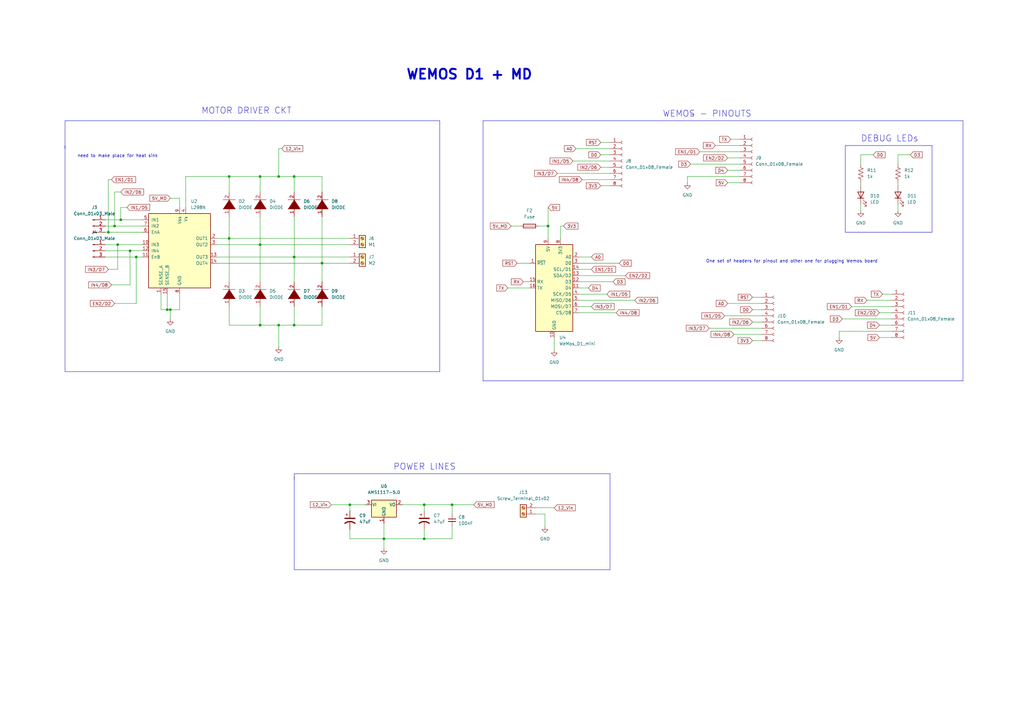
<source format=kicad_sch>
(kicad_sch
	(version 20250114)
	(generator "eeschema")
	(generator_version "9.0")
	(uuid "02252f7e-9a50-4e70-9a49-93221f92978d")
	(paper "A3")
	(title_block
		(title "Wireless MD")
		(date "2023-01-17")
		(rev "Ver 1")
	)
	(lib_symbols
		(symbol "Connector:Conn_01x03_Male"
			(pin_names
				(offset 1.016)
				(hide yes)
			)
			(exclude_from_sim no)
			(in_bom yes)
			(on_board yes)
			(property "Reference" "J"
				(at 0 5.08 0)
				(effects
					(font
						(size 1.27 1.27)
					)
				)
			)
			(property "Value" "Conn_01x03_Male"
				(at 0 -5.08 0)
				(effects
					(font
						(size 1.27 1.27)
					)
				)
			)
			(property "Footprint" ""
				(at 0 0 0)
				(effects
					(font
						(size 1.27 1.27)
					)
					(hide yes)
				)
			)
			(property "Datasheet" "~"
				(at 0 0 0)
				(effects
					(font
						(size 1.27 1.27)
					)
					(hide yes)
				)
			)
			(property "Description" "Generic connector, single row, 01x03, script generated (kicad-library-utils/schlib/autogen/connector/)"
				(at 0 0 0)
				(effects
					(font
						(size 1.27 1.27)
					)
					(hide yes)
				)
			)
			(property "ki_keywords" "connector"
				(at 0 0 0)
				(effects
					(font
						(size 1.27 1.27)
					)
					(hide yes)
				)
			)
			(property "ki_fp_filters" "Connector*:*_1x??_*"
				(at 0 0 0)
				(effects
					(font
						(size 1.27 1.27)
					)
					(hide yes)
				)
			)
			(symbol "Conn_01x03_Male_1_1"
				(rectangle
					(start 0.8636 2.667)
					(end 0 2.413)
					(stroke
						(width 0.1524)
						(type default)
					)
					(fill
						(type outline)
					)
				)
				(rectangle
					(start 0.8636 0.127)
					(end 0 -0.127)
					(stroke
						(width 0.1524)
						(type default)
					)
					(fill
						(type outline)
					)
				)
				(rectangle
					(start 0.8636 -2.413)
					(end 0 -2.667)
					(stroke
						(width 0.1524)
						(type default)
					)
					(fill
						(type outline)
					)
				)
				(polyline
					(pts
						(xy 1.27 2.54) (xy 0.8636 2.54)
					)
					(stroke
						(width 0.1524)
						(type default)
					)
					(fill
						(type none)
					)
				)
				(polyline
					(pts
						(xy 1.27 0) (xy 0.8636 0)
					)
					(stroke
						(width 0.1524)
						(type default)
					)
					(fill
						(type none)
					)
				)
				(polyline
					(pts
						(xy 1.27 -2.54) (xy 0.8636 -2.54)
					)
					(stroke
						(width 0.1524)
						(type default)
					)
					(fill
						(type none)
					)
				)
				(pin passive line
					(at 5.08 2.54 180)
					(length 3.81)
					(name "Pin_1"
						(effects
							(font
								(size 1.27 1.27)
							)
						)
					)
					(number "1"
						(effects
							(font
								(size 1.27 1.27)
							)
						)
					)
				)
				(pin passive line
					(at 5.08 0 180)
					(length 3.81)
					(name "Pin_2"
						(effects
							(font
								(size 1.27 1.27)
							)
						)
					)
					(number "2"
						(effects
							(font
								(size 1.27 1.27)
							)
						)
					)
				)
				(pin passive line
					(at 5.08 -2.54 180)
					(length 3.81)
					(name "Pin_3"
						(effects
							(font
								(size 1.27 1.27)
							)
						)
					)
					(number "3"
						(effects
							(font
								(size 1.27 1.27)
							)
						)
					)
				)
			)
			(embedded_fonts no)
		)
		(symbol "Connector:Conn_01x08_Female"
			(pin_names
				(offset 1.016)
				(hide yes)
			)
			(exclude_from_sim no)
			(in_bom yes)
			(on_board yes)
			(property "Reference" "J"
				(at 0 10.16 0)
				(effects
					(font
						(size 1.27 1.27)
					)
				)
			)
			(property "Value" "Conn_01x08_Female"
				(at 0 -12.7 0)
				(effects
					(font
						(size 1.27 1.27)
					)
				)
			)
			(property "Footprint" ""
				(at 0 0 0)
				(effects
					(font
						(size 1.27 1.27)
					)
					(hide yes)
				)
			)
			(property "Datasheet" "~"
				(at 0 0 0)
				(effects
					(font
						(size 1.27 1.27)
					)
					(hide yes)
				)
			)
			(property "Description" "Generic connector, single row, 01x08, script generated (kicad-library-utils/schlib/autogen/connector/)"
				(at 0 0 0)
				(effects
					(font
						(size 1.27 1.27)
					)
					(hide yes)
				)
			)
			(property "ki_keywords" "connector"
				(at 0 0 0)
				(effects
					(font
						(size 1.27 1.27)
					)
					(hide yes)
				)
			)
			(property "ki_fp_filters" "Connector*:*_1x??_*"
				(at 0 0 0)
				(effects
					(font
						(size 1.27 1.27)
					)
					(hide yes)
				)
			)
			(symbol "Conn_01x08_Female_1_1"
				(polyline
					(pts
						(xy -1.27 7.62) (xy -0.508 7.62)
					)
					(stroke
						(width 0.1524)
						(type default)
					)
					(fill
						(type none)
					)
				)
				(polyline
					(pts
						(xy -1.27 5.08) (xy -0.508 5.08)
					)
					(stroke
						(width 0.1524)
						(type default)
					)
					(fill
						(type none)
					)
				)
				(polyline
					(pts
						(xy -1.27 2.54) (xy -0.508 2.54)
					)
					(stroke
						(width 0.1524)
						(type default)
					)
					(fill
						(type none)
					)
				)
				(polyline
					(pts
						(xy -1.27 0) (xy -0.508 0)
					)
					(stroke
						(width 0.1524)
						(type default)
					)
					(fill
						(type none)
					)
				)
				(polyline
					(pts
						(xy -1.27 -2.54) (xy -0.508 -2.54)
					)
					(stroke
						(width 0.1524)
						(type default)
					)
					(fill
						(type none)
					)
				)
				(polyline
					(pts
						(xy -1.27 -5.08) (xy -0.508 -5.08)
					)
					(stroke
						(width 0.1524)
						(type default)
					)
					(fill
						(type none)
					)
				)
				(polyline
					(pts
						(xy -1.27 -7.62) (xy -0.508 -7.62)
					)
					(stroke
						(width 0.1524)
						(type default)
					)
					(fill
						(type none)
					)
				)
				(polyline
					(pts
						(xy -1.27 -10.16) (xy -0.508 -10.16)
					)
					(stroke
						(width 0.1524)
						(type default)
					)
					(fill
						(type none)
					)
				)
				(arc
					(start 0 7.112)
					(mid -0.5058 7.62)
					(end 0 8.128)
					(stroke
						(width 0.1524)
						(type default)
					)
					(fill
						(type none)
					)
				)
				(arc
					(start 0 4.572)
					(mid -0.5058 5.08)
					(end 0 5.588)
					(stroke
						(width 0.1524)
						(type default)
					)
					(fill
						(type none)
					)
				)
				(arc
					(start 0 2.032)
					(mid -0.5058 2.54)
					(end 0 3.048)
					(stroke
						(width 0.1524)
						(type default)
					)
					(fill
						(type none)
					)
				)
				(arc
					(start 0 -0.508)
					(mid -0.5058 0)
					(end 0 0.508)
					(stroke
						(width 0.1524)
						(type default)
					)
					(fill
						(type none)
					)
				)
				(arc
					(start 0 -3.048)
					(mid -0.5058 -2.54)
					(end 0 -2.032)
					(stroke
						(width 0.1524)
						(type default)
					)
					(fill
						(type none)
					)
				)
				(arc
					(start 0 -5.588)
					(mid -0.5058 -5.08)
					(end 0 -4.572)
					(stroke
						(width 0.1524)
						(type default)
					)
					(fill
						(type none)
					)
				)
				(arc
					(start 0 -8.128)
					(mid -0.5058 -7.62)
					(end 0 -7.112)
					(stroke
						(width 0.1524)
						(type default)
					)
					(fill
						(type none)
					)
				)
				(arc
					(start 0 -10.668)
					(mid -0.5058 -10.16)
					(end 0 -9.652)
					(stroke
						(width 0.1524)
						(type default)
					)
					(fill
						(type none)
					)
				)
				(pin passive line
					(at -5.08 7.62 0)
					(length 3.81)
					(name "Pin_1"
						(effects
							(font
								(size 1.27 1.27)
							)
						)
					)
					(number "1"
						(effects
							(font
								(size 1.27 1.27)
							)
						)
					)
				)
				(pin passive line
					(at -5.08 5.08 0)
					(length 3.81)
					(name "Pin_2"
						(effects
							(font
								(size 1.27 1.27)
							)
						)
					)
					(number "2"
						(effects
							(font
								(size 1.27 1.27)
							)
						)
					)
				)
				(pin passive line
					(at -5.08 2.54 0)
					(length 3.81)
					(name "Pin_3"
						(effects
							(font
								(size 1.27 1.27)
							)
						)
					)
					(number "3"
						(effects
							(font
								(size 1.27 1.27)
							)
						)
					)
				)
				(pin passive line
					(at -5.08 0 0)
					(length 3.81)
					(name "Pin_4"
						(effects
							(font
								(size 1.27 1.27)
							)
						)
					)
					(number "4"
						(effects
							(font
								(size 1.27 1.27)
							)
						)
					)
				)
				(pin passive line
					(at -5.08 -2.54 0)
					(length 3.81)
					(name "Pin_5"
						(effects
							(font
								(size 1.27 1.27)
							)
						)
					)
					(number "5"
						(effects
							(font
								(size 1.27 1.27)
							)
						)
					)
				)
				(pin passive line
					(at -5.08 -5.08 0)
					(length 3.81)
					(name "Pin_6"
						(effects
							(font
								(size 1.27 1.27)
							)
						)
					)
					(number "6"
						(effects
							(font
								(size 1.27 1.27)
							)
						)
					)
				)
				(pin passive line
					(at -5.08 -7.62 0)
					(length 3.81)
					(name "Pin_7"
						(effects
							(font
								(size 1.27 1.27)
							)
						)
					)
					(number "7"
						(effects
							(font
								(size 1.27 1.27)
							)
						)
					)
				)
				(pin passive line
					(at -5.08 -10.16 0)
					(length 3.81)
					(name "Pin_8"
						(effects
							(font
								(size 1.27 1.27)
							)
						)
					)
					(number "8"
						(effects
							(font
								(size 1.27 1.27)
							)
						)
					)
				)
			)
			(embedded_fonts no)
		)
		(symbol "Connector:Screw_Terminal_01x02"
			(pin_names
				(offset 1.016)
				(hide yes)
			)
			(exclude_from_sim no)
			(in_bom yes)
			(on_board yes)
			(property "Reference" "J"
				(at 0 2.54 0)
				(effects
					(font
						(size 1.27 1.27)
					)
				)
			)
			(property "Value" "Screw_Terminal_01x02"
				(at 0 -5.08 0)
				(effects
					(font
						(size 1.27 1.27)
					)
				)
			)
			(property "Footprint" ""
				(at 0 0 0)
				(effects
					(font
						(size 1.27 1.27)
					)
					(hide yes)
				)
			)
			(property "Datasheet" "~"
				(at 0 0 0)
				(effects
					(font
						(size 1.27 1.27)
					)
					(hide yes)
				)
			)
			(property "Description" "Generic screw terminal, single row, 01x02, script generated (kicad-library-utils/schlib/autogen/connector/)"
				(at 0 0 0)
				(effects
					(font
						(size 1.27 1.27)
					)
					(hide yes)
				)
			)
			(property "ki_keywords" "screw terminal"
				(at 0 0 0)
				(effects
					(font
						(size 1.27 1.27)
					)
					(hide yes)
				)
			)
			(property "ki_fp_filters" "TerminalBlock*:*"
				(at 0 0 0)
				(effects
					(font
						(size 1.27 1.27)
					)
					(hide yes)
				)
			)
			(symbol "Screw_Terminal_01x02_1_1"
				(rectangle
					(start -1.27 1.27)
					(end 1.27 -3.81)
					(stroke
						(width 0.254)
						(type default)
					)
					(fill
						(type background)
					)
				)
				(polyline
					(pts
						(xy -0.5334 0.3302) (xy 0.3302 -0.508)
					)
					(stroke
						(width 0.1524)
						(type default)
					)
					(fill
						(type none)
					)
				)
				(polyline
					(pts
						(xy -0.5334 -2.2098) (xy 0.3302 -3.048)
					)
					(stroke
						(width 0.1524)
						(type default)
					)
					(fill
						(type none)
					)
				)
				(polyline
					(pts
						(xy -0.3556 0.508) (xy 0.508 -0.3302)
					)
					(stroke
						(width 0.1524)
						(type default)
					)
					(fill
						(type none)
					)
				)
				(polyline
					(pts
						(xy -0.3556 -2.032) (xy 0.508 -2.8702)
					)
					(stroke
						(width 0.1524)
						(type default)
					)
					(fill
						(type none)
					)
				)
				(circle
					(center 0 0)
					(radius 0.635)
					(stroke
						(width 0.1524)
						(type default)
					)
					(fill
						(type none)
					)
				)
				(circle
					(center 0 -2.54)
					(radius 0.635)
					(stroke
						(width 0.1524)
						(type default)
					)
					(fill
						(type none)
					)
				)
				(pin passive line
					(at -5.08 0 0)
					(length 3.81)
					(name "Pin_1"
						(effects
							(font
								(size 1.27 1.27)
							)
						)
					)
					(number "1"
						(effects
							(font
								(size 1.27 1.27)
							)
						)
					)
				)
				(pin passive line
					(at -5.08 -2.54 0)
					(length 3.81)
					(name "Pin_2"
						(effects
							(font
								(size 1.27 1.27)
							)
						)
					)
					(number "2"
						(effects
							(font
								(size 1.27 1.27)
							)
						)
					)
				)
			)
			(embedded_fonts no)
		)
		(symbol "Device:C_Polarized_US"
			(pin_numbers
				(hide yes)
			)
			(pin_names
				(offset 0.254)
				(hide yes)
			)
			(exclude_from_sim no)
			(in_bom yes)
			(on_board yes)
			(property "Reference" "C"
				(at 0.635 2.54 0)
				(effects
					(font
						(size 1.27 1.27)
					)
					(justify left)
				)
			)
			(property "Value" "C_Polarized_US"
				(at 0.635 -2.54 0)
				(effects
					(font
						(size 1.27 1.27)
					)
					(justify left)
				)
			)
			(property "Footprint" ""
				(at 0 0 0)
				(effects
					(font
						(size 1.27 1.27)
					)
					(hide yes)
				)
			)
			(property "Datasheet" "~"
				(at 0 0 0)
				(effects
					(font
						(size 1.27 1.27)
					)
					(hide yes)
				)
			)
			(property "Description" "Polarized capacitor, US symbol"
				(at 0 0 0)
				(effects
					(font
						(size 1.27 1.27)
					)
					(hide yes)
				)
			)
			(property "ki_keywords" "cap capacitor"
				(at 0 0 0)
				(effects
					(font
						(size 1.27 1.27)
					)
					(hide yes)
				)
			)
			(property "ki_fp_filters" "CP_*"
				(at 0 0 0)
				(effects
					(font
						(size 1.27 1.27)
					)
					(hide yes)
				)
			)
			(symbol "C_Polarized_US_0_1"
				(polyline
					(pts
						(xy -2.032 0.762) (xy 2.032 0.762)
					)
					(stroke
						(width 0.508)
						(type default)
					)
					(fill
						(type none)
					)
				)
				(polyline
					(pts
						(xy -1.778 2.286) (xy -0.762 2.286)
					)
					(stroke
						(width 0)
						(type default)
					)
					(fill
						(type none)
					)
				)
				(polyline
					(pts
						(xy -1.27 1.778) (xy -1.27 2.794)
					)
					(stroke
						(width 0)
						(type default)
					)
					(fill
						(type none)
					)
				)
				(arc
					(start -2.032 -1.27)
					(mid 0 -0.5572)
					(end 2.032 -1.27)
					(stroke
						(width 0.508)
						(type default)
					)
					(fill
						(type none)
					)
				)
			)
			(symbol "C_Polarized_US_1_1"
				(pin passive line
					(at 0 3.81 270)
					(length 2.794)
					(name "~"
						(effects
							(font
								(size 1.27 1.27)
							)
						)
					)
					(number "1"
						(effects
							(font
								(size 1.27 1.27)
							)
						)
					)
				)
				(pin passive line
					(at 0 -3.81 90)
					(length 3.302)
					(name "~"
						(effects
							(font
								(size 1.27 1.27)
							)
						)
					)
					(number "2"
						(effects
							(font
								(size 1.27 1.27)
							)
						)
					)
				)
			)
			(embedded_fonts no)
		)
		(symbol "Device:C_Small"
			(pin_numbers
				(hide yes)
			)
			(pin_names
				(offset 0.254)
				(hide yes)
			)
			(exclude_from_sim no)
			(in_bom yes)
			(on_board yes)
			(property "Reference" "C"
				(at 0.254 1.778 0)
				(effects
					(font
						(size 1.27 1.27)
					)
					(justify left)
				)
			)
			(property "Value" "C_Small"
				(at 0.254 -2.032 0)
				(effects
					(font
						(size 1.27 1.27)
					)
					(justify left)
				)
			)
			(property "Footprint" ""
				(at 0 0 0)
				(effects
					(font
						(size 1.27 1.27)
					)
					(hide yes)
				)
			)
			(property "Datasheet" "~"
				(at 0 0 0)
				(effects
					(font
						(size 1.27 1.27)
					)
					(hide yes)
				)
			)
			(property "Description" "Unpolarized capacitor, small symbol"
				(at 0 0 0)
				(effects
					(font
						(size 1.27 1.27)
					)
					(hide yes)
				)
			)
			(property "ki_keywords" "capacitor cap"
				(at 0 0 0)
				(effects
					(font
						(size 1.27 1.27)
					)
					(hide yes)
				)
			)
			(property "ki_fp_filters" "C_*"
				(at 0 0 0)
				(effects
					(font
						(size 1.27 1.27)
					)
					(hide yes)
				)
			)
			(symbol "C_Small_0_1"
				(polyline
					(pts
						(xy -1.524 0.508) (xy 1.524 0.508)
					)
					(stroke
						(width 0.3048)
						(type default)
					)
					(fill
						(type none)
					)
				)
				(polyline
					(pts
						(xy -1.524 -0.508) (xy 1.524 -0.508)
					)
					(stroke
						(width 0.3302)
						(type default)
					)
					(fill
						(type none)
					)
				)
			)
			(symbol "C_Small_1_1"
				(pin passive line
					(at 0 2.54 270)
					(length 2.032)
					(name "~"
						(effects
							(font
								(size 1.27 1.27)
							)
						)
					)
					(number "1"
						(effects
							(font
								(size 1.27 1.27)
							)
						)
					)
				)
				(pin passive line
					(at 0 -2.54 90)
					(length 2.032)
					(name "~"
						(effects
							(font
								(size 1.27 1.27)
							)
						)
					)
					(number "2"
						(effects
							(font
								(size 1.27 1.27)
							)
						)
					)
				)
			)
			(embedded_fonts no)
		)
		(symbol "Device:Fuse"
			(pin_numbers
				(hide yes)
			)
			(pin_names
				(offset 0)
			)
			(exclude_from_sim no)
			(in_bom yes)
			(on_board yes)
			(property "Reference" "F"
				(at 2.032 0 90)
				(effects
					(font
						(size 1.27 1.27)
					)
				)
			)
			(property "Value" "Fuse"
				(at -1.905 0 90)
				(effects
					(font
						(size 1.27 1.27)
					)
				)
			)
			(property "Footprint" ""
				(at -1.778 0 90)
				(effects
					(font
						(size 1.27 1.27)
					)
					(hide yes)
				)
			)
			(property "Datasheet" "~"
				(at 0 0 0)
				(effects
					(font
						(size 1.27 1.27)
					)
					(hide yes)
				)
			)
			(property "Description" "Fuse"
				(at 0 0 0)
				(effects
					(font
						(size 1.27 1.27)
					)
					(hide yes)
				)
			)
			(property "ki_keywords" "fuse"
				(at 0 0 0)
				(effects
					(font
						(size 1.27 1.27)
					)
					(hide yes)
				)
			)
			(property "ki_fp_filters" "*Fuse*"
				(at 0 0 0)
				(effects
					(font
						(size 1.27 1.27)
					)
					(hide yes)
				)
			)
			(symbol "Fuse_0_1"
				(rectangle
					(start -0.762 -2.54)
					(end 0.762 2.54)
					(stroke
						(width 0.254)
						(type default)
					)
					(fill
						(type none)
					)
				)
				(polyline
					(pts
						(xy 0 2.54) (xy 0 -2.54)
					)
					(stroke
						(width 0)
						(type default)
					)
					(fill
						(type none)
					)
				)
			)
			(symbol "Fuse_1_1"
				(pin passive line
					(at 0 3.81 270)
					(length 1.27)
					(name "~"
						(effects
							(font
								(size 1.27 1.27)
							)
						)
					)
					(number "1"
						(effects
							(font
								(size 1.27 1.27)
							)
						)
					)
				)
				(pin passive line
					(at 0 -3.81 90)
					(length 1.27)
					(name "~"
						(effects
							(font
								(size 1.27 1.27)
							)
						)
					)
					(number "2"
						(effects
							(font
								(size 1.27 1.27)
							)
						)
					)
				)
			)
			(embedded_fonts no)
		)
		(symbol "Device:LED"
			(pin_numbers
				(hide yes)
			)
			(pin_names
				(offset 1.016)
				(hide yes)
			)
			(exclude_from_sim no)
			(in_bom yes)
			(on_board yes)
			(property "Reference" "D"
				(at 0 2.54 0)
				(effects
					(font
						(size 1.27 1.27)
					)
				)
			)
			(property "Value" "LED"
				(at 0 -2.54 0)
				(effects
					(font
						(size 1.27 1.27)
					)
				)
			)
			(property "Footprint" ""
				(at 0 0 0)
				(effects
					(font
						(size 1.27 1.27)
					)
					(hide yes)
				)
			)
			(property "Datasheet" "~"
				(at 0 0 0)
				(effects
					(font
						(size 1.27 1.27)
					)
					(hide yes)
				)
			)
			(property "Description" "Light emitting diode"
				(at 0 0 0)
				(effects
					(font
						(size 1.27 1.27)
					)
					(hide yes)
				)
			)
			(property "ki_keywords" "LED diode"
				(at 0 0 0)
				(effects
					(font
						(size 1.27 1.27)
					)
					(hide yes)
				)
			)
			(property "ki_fp_filters" "LED* LED_SMD:* LED_THT:*"
				(at 0 0 0)
				(effects
					(font
						(size 1.27 1.27)
					)
					(hide yes)
				)
			)
			(symbol "LED_0_1"
				(polyline
					(pts
						(xy -3.048 -0.762) (xy -4.572 -2.286) (xy -3.81 -2.286) (xy -4.572 -2.286) (xy -4.572 -1.524)
					)
					(stroke
						(width 0)
						(type default)
					)
					(fill
						(type none)
					)
				)
				(polyline
					(pts
						(xy -1.778 -0.762) (xy -3.302 -2.286) (xy -2.54 -2.286) (xy -3.302 -2.286) (xy -3.302 -1.524)
					)
					(stroke
						(width 0)
						(type default)
					)
					(fill
						(type none)
					)
				)
				(polyline
					(pts
						(xy -1.27 0) (xy 1.27 0)
					)
					(stroke
						(width 0)
						(type default)
					)
					(fill
						(type none)
					)
				)
				(polyline
					(pts
						(xy -1.27 -1.27) (xy -1.27 1.27)
					)
					(stroke
						(width 0.254)
						(type default)
					)
					(fill
						(type none)
					)
				)
				(polyline
					(pts
						(xy 1.27 -1.27) (xy 1.27 1.27) (xy -1.27 0) (xy 1.27 -1.27)
					)
					(stroke
						(width 0.254)
						(type default)
					)
					(fill
						(type none)
					)
				)
			)
			(symbol "LED_1_1"
				(pin passive line
					(at -3.81 0 0)
					(length 2.54)
					(name "K"
						(effects
							(font
								(size 1.27 1.27)
							)
						)
					)
					(number "1"
						(effects
							(font
								(size 1.27 1.27)
							)
						)
					)
				)
				(pin passive line
					(at 3.81 0 180)
					(length 2.54)
					(name "A"
						(effects
							(font
								(size 1.27 1.27)
							)
						)
					)
					(number "2"
						(effects
							(font
								(size 1.27 1.27)
							)
						)
					)
				)
			)
			(embedded_fonts no)
		)
		(symbol "Device:R_US"
			(pin_numbers
				(hide yes)
			)
			(pin_names
				(offset 0)
			)
			(exclude_from_sim no)
			(in_bom yes)
			(on_board yes)
			(property "Reference" "R"
				(at 2.54 0 90)
				(effects
					(font
						(size 1.27 1.27)
					)
				)
			)
			(property "Value" "R_US"
				(at -2.54 0 90)
				(effects
					(font
						(size 1.27 1.27)
					)
				)
			)
			(property "Footprint" ""
				(at 1.016 -0.254 90)
				(effects
					(font
						(size 1.27 1.27)
					)
					(hide yes)
				)
			)
			(property "Datasheet" "~"
				(at 0 0 0)
				(effects
					(font
						(size 1.27 1.27)
					)
					(hide yes)
				)
			)
			(property "Description" "Resistor, US symbol"
				(at 0 0 0)
				(effects
					(font
						(size 1.27 1.27)
					)
					(hide yes)
				)
			)
			(property "ki_keywords" "R res resistor"
				(at 0 0 0)
				(effects
					(font
						(size 1.27 1.27)
					)
					(hide yes)
				)
			)
			(property "ki_fp_filters" "R_*"
				(at 0 0 0)
				(effects
					(font
						(size 1.27 1.27)
					)
					(hide yes)
				)
			)
			(symbol "R_US_0_1"
				(polyline
					(pts
						(xy 0 2.286) (xy 0 2.54)
					)
					(stroke
						(width 0)
						(type default)
					)
					(fill
						(type none)
					)
				)
				(polyline
					(pts
						(xy 0 2.286) (xy 1.016 1.905) (xy 0 1.524) (xy -1.016 1.143) (xy 0 0.762)
					)
					(stroke
						(width 0)
						(type default)
					)
					(fill
						(type none)
					)
				)
				(polyline
					(pts
						(xy 0 0.762) (xy 1.016 0.381) (xy 0 0) (xy -1.016 -0.381) (xy 0 -0.762)
					)
					(stroke
						(width 0)
						(type default)
					)
					(fill
						(type none)
					)
				)
				(polyline
					(pts
						(xy 0 -0.762) (xy 1.016 -1.143) (xy 0 -1.524) (xy -1.016 -1.905) (xy 0 -2.286)
					)
					(stroke
						(width 0)
						(type default)
					)
					(fill
						(type none)
					)
				)
				(polyline
					(pts
						(xy 0 -2.286) (xy 0 -2.54)
					)
					(stroke
						(width 0)
						(type default)
					)
					(fill
						(type none)
					)
				)
			)
			(symbol "R_US_1_1"
				(pin passive line
					(at 0 3.81 270)
					(length 1.27)
					(name "~"
						(effects
							(font
								(size 1.27 1.27)
							)
						)
					)
					(number "1"
						(effects
							(font
								(size 1.27 1.27)
							)
						)
					)
				)
				(pin passive line
					(at 0 -3.81 90)
					(length 1.27)
					(name "~"
						(effects
							(font
								(size 1.27 1.27)
							)
						)
					)
					(number "2"
						(effects
							(font
								(size 1.27 1.27)
							)
						)
					)
				)
			)
			(embedded_fonts no)
		)
		(symbol "Driver_Motor:L298N"
			(pin_names
				(offset 1.016)
			)
			(exclude_from_sim no)
			(in_bom yes)
			(on_board yes)
			(property "Reference" "U"
				(at -10.16 16.51 0)
				(effects
					(font
						(size 1.27 1.27)
					)
					(justify right)
				)
			)
			(property "Value" "L298N"
				(at 12.7 16.51 0)
				(effects
					(font
						(size 1.27 1.27)
					)
					(justify right)
				)
			)
			(property "Footprint" "Package_TO_SOT_THT:TO-220-15_P2.54x2.54mm_StaggerOdd_Lead4.58mm_Vertical"
				(at 1.27 -16.51 0)
				(effects
					(font
						(size 1.27 1.27)
					)
					(justify left)
					(hide yes)
				)
			)
			(property "Datasheet" "http://www.st.com/st-web-ui/static/active/en/resource/technical/document/datasheet/CD00000240.pdf"
				(at 3.81 6.35 0)
				(effects
					(font
						(size 1.27 1.27)
					)
					(hide yes)
				)
			)
			(property "Description" "Dual full bridge motor driver, up to 46V, 4A, Multiwatt15-V"
				(at 0 0 0)
				(effects
					(font
						(size 1.27 1.27)
					)
					(hide yes)
				)
			)
			(property "ki_keywords" "H-bridge motor driver"
				(at 0 0 0)
				(effects
					(font
						(size 1.27 1.27)
					)
					(hide yes)
				)
			)
			(property "ki_fp_filters" "TO?220*StaggerOdd*Vertical*"
				(at 0 0 0)
				(effects
					(font
						(size 1.27 1.27)
					)
					(hide yes)
				)
			)
			(symbol "L298N_0_1"
				(rectangle
					(start -12.7 15.24)
					(end 12.7 -15.24)
					(stroke
						(width 0.254)
						(type default)
					)
					(fill
						(type background)
					)
				)
			)
			(symbol "L298N_1_1"
				(pin input line
					(at -15.24 12.7 0)
					(length 2.54)
					(name "IN1"
						(effects
							(font
								(size 1.27 1.27)
							)
						)
					)
					(number "5"
						(effects
							(font
								(size 1.27 1.27)
							)
						)
					)
				)
				(pin input line
					(at -15.24 10.16 0)
					(length 2.54)
					(name "IN2"
						(effects
							(font
								(size 1.27 1.27)
							)
						)
					)
					(number "7"
						(effects
							(font
								(size 1.27 1.27)
							)
						)
					)
				)
				(pin input line
					(at -15.24 7.62 0)
					(length 2.54)
					(name "EnA"
						(effects
							(font
								(size 1.27 1.27)
							)
						)
					)
					(number "6"
						(effects
							(font
								(size 1.27 1.27)
							)
						)
					)
				)
				(pin input line
					(at -15.24 2.54 0)
					(length 2.54)
					(name "IN3"
						(effects
							(font
								(size 1.27 1.27)
							)
						)
					)
					(number "10"
						(effects
							(font
								(size 1.27 1.27)
							)
						)
					)
				)
				(pin input line
					(at -15.24 0 0)
					(length 2.54)
					(name "IN4"
						(effects
							(font
								(size 1.27 1.27)
							)
						)
					)
					(number "12"
						(effects
							(font
								(size 1.27 1.27)
							)
						)
					)
				)
				(pin input line
					(at -15.24 -2.54 0)
					(length 2.54)
					(name "EnB"
						(effects
							(font
								(size 1.27 1.27)
							)
						)
					)
					(number "11"
						(effects
							(font
								(size 1.27 1.27)
							)
						)
					)
				)
				(pin power_in line
					(at -7.62 -17.78 90)
					(length 2.54)
					(name "SENSE_A"
						(effects
							(font
								(size 1.27 1.27)
							)
						)
					)
					(number "1"
						(effects
							(font
								(size 1.27 1.27)
							)
						)
					)
				)
				(pin power_in line
					(at -5.08 -17.78 90)
					(length 2.54)
					(name "SENSE_B"
						(effects
							(font
								(size 1.27 1.27)
							)
						)
					)
					(number "15"
						(effects
							(font
								(size 1.27 1.27)
							)
						)
					)
				)
				(pin power_in line
					(at 0 17.78 270)
					(length 2.54)
					(name "Vss"
						(effects
							(font
								(size 1.27 1.27)
							)
						)
					)
					(number "9"
						(effects
							(font
								(size 1.27 1.27)
							)
						)
					)
				)
				(pin power_in line
					(at 0 -17.78 90)
					(length 2.54)
					(name "GND"
						(effects
							(font
								(size 1.27 1.27)
							)
						)
					)
					(number "8"
						(effects
							(font
								(size 1.27 1.27)
							)
						)
					)
				)
				(pin power_in line
					(at 2.54 17.78 270)
					(length 2.54)
					(name "Vs"
						(effects
							(font
								(size 1.27 1.27)
							)
						)
					)
					(number "4"
						(effects
							(font
								(size 1.27 1.27)
							)
						)
					)
				)
				(pin output line
					(at 15.24 5.08 180)
					(length 2.54)
					(name "OUT1"
						(effects
							(font
								(size 1.27 1.27)
							)
						)
					)
					(number "2"
						(effects
							(font
								(size 1.27 1.27)
							)
						)
					)
				)
				(pin output line
					(at 15.24 2.54 180)
					(length 2.54)
					(name "OUT2"
						(effects
							(font
								(size 1.27 1.27)
							)
						)
					)
					(number "3"
						(effects
							(font
								(size 1.27 1.27)
							)
						)
					)
				)
				(pin output line
					(at 15.24 -2.54 180)
					(length 2.54)
					(name "OUT3"
						(effects
							(font
								(size 1.27 1.27)
							)
						)
					)
					(number "13"
						(effects
							(font
								(size 1.27 1.27)
							)
						)
					)
				)
				(pin output line
					(at 15.24 -5.08 180)
					(length 2.54)
					(name "OUT4"
						(effects
							(font
								(size 1.27 1.27)
							)
						)
					)
					(number "14"
						(effects
							(font
								(size 1.27 1.27)
							)
						)
					)
				)
			)
			(embedded_fonts no)
		)
		(symbol "MCU_Module:WeMos_D1_mini"
			(exclude_from_sim no)
			(in_bom yes)
			(on_board yes)
			(property "Reference" "U"
				(at 3.81 19.05 0)
				(effects
					(font
						(size 1.27 1.27)
					)
					(justify left)
				)
			)
			(property "Value" "WeMos_D1_mini"
				(at 1.27 -19.05 0)
				(effects
					(font
						(size 1.27 1.27)
					)
					(justify left)
				)
			)
			(property "Footprint" "Module:WEMOS_D1_mini_light"
				(at 0 -29.21 0)
				(effects
					(font
						(size 1.27 1.27)
					)
					(hide yes)
				)
			)
			(property "Datasheet" "https://wiki.wemos.cc/products:d1:d1_mini#documentation"
				(at -46.99 -29.21 0)
				(effects
					(font
						(size 1.27 1.27)
					)
					(hide yes)
				)
			)
			(property "Description" "32-bit microcontroller module with WiFi"
				(at 0 0 0)
				(effects
					(font
						(size 1.27 1.27)
					)
					(hide yes)
				)
			)
			(property "ki_keywords" "ESP8266 WiFi microcontroller ESP8266EX"
				(at 0 0 0)
				(effects
					(font
						(size 1.27 1.27)
					)
					(hide yes)
				)
			)
			(property "ki_fp_filters" "WEMOS*D1*mini*"
				(at 0 0 0)
				(effects
					(font
						(size 1.27 1.27)
					)
					(hide yes)
				)
			)
			(symbol "WeMos_D1_mini_1_1"
				(rectangle
					(start -7.62 17.78)
					(end 7.62 -17.78)
					(stroke
						(width 0.254)
						(type default)
					)
					(fill
						(type background)
					)
				)
				(pin input line
					(at -10.16 10.16 0)
					(length 2.54)
					(name "~{RST}"
						(effects
							(font
								(size 1.27 1.27)
							)
						)
					)
					(number "1"
						(effects
							(font
								(size 1.27 1.27)
							)
						)
					)
				)
				(pin input line
					(at -10.16 2.54 0)
					(length 2.54)
					(name "RX"
						(effects
							(font
								(size 1.27 1.27)
							)
						)
					)
					(number "15"
						(effects
							(font
								(size 1.27 1.27)
							)
						)
					)
				)
				(pin output line
					(at -10.16 0 0)
					(length 2.54)
					(name "TX"
						(effects
							(font
								(size 1.27 1.27)
							)
						)
					)
					(number "16"
						(effects
							(font
								(size 1.27 1.27)
							)
						)
					)
				)
				(pin power_in line
					(at -2.54 20.32 270)
					(length 2.54)
					(name "5V"
						(effects
							(font
								(size 1.27 1.27)
							)
						)
					)
					(number "9"
						(effects
							(font
								(size 1.27 1.27)
							)
						)
					)
				)
				(pin power_in line
					(at 0 -20.32 90)
					(length 2.54)
					(name "GND"
						(effects
							(font
								(size 1.27 1.27)
							)
						)
					)
					(number "10"
						(effects
							(font
								(size 1.27 1.27)
							)
						)
					)
				)
				(pin power_out line
					(at 2.54 20.32 270)
					(length 2.54)
					(name "3V3"
						(effects
							(font
								(size 1.27 1.27)
							)
						)
					)
					(number "8"
						(effects
							(font
								(size 1.27 1.27)
							)
						)
					)
				)
				(pin input line
					(at 10.16 12.7 180)
					(length 2.54)
					(name "A0"
						(effects
							(font
								(size 1.27 1.27)
							)
						)
					)
					(number "2"
						(effects
							(font
								(size 1.27 1.27)
							)
						)
					)
				)
				(pin bidirectional line
					(at 10.16 10.16 180)
					(length 2.54)
					(name "D0"
						(effects
							(font
								(size 1.27 1.27)
							)
						)
					)
					(number "3"
						(effects
							(font
								(size 1.27 1.27)
							)
						)
					)
				)
				(pin bidirectional line
					(at 10.16 7.62 180)
					(length 2.54)
					(name "SCL/D1"
						(effects
							(font
								(size 1.27 1.27)
							)
						)
					)
					(number "14"
						(effects
							(font
								(size 1.27 1.27)
							)
						)
					)
				)
				(pin bidirectional line
					(at 10.16 5.08 180)
					(length 2.54)
					(name "SDA/D2"
						(effects
							(font
								(size 1.27 1.27)
							)
						)
					)
					(number "13"
						(effects
							(font
								(size 1.27 1.27)
							)
						)
					)
				)
				(pin bidirectional line
					(at 10.16 2.54 180)
					(length 2.54)
					(name "D3"
						(effects
							(font
								(size 1.27 1.27)
							)
						)
					)
					(number "12"
						(effects
							(font
								(size 1.27 1.27)
							)
						)
					)
				)
				(pin bidirectional line
					(at 10.16 0 180)
					(length 2.54)
					(name "D4"
						(effects
							(font
								(size 1.27 1.27)
							)
						)
					)
					(number "11"
						(effects
							(font
								(size 1.27 1.27)
							)
						)
					)
				)
				(pin bidirectional line
					(at 10.16 -2.54 180)
					(length 2.54)
					(name "SCK/D5"
						(effects
							(font
								(size 1.27 1.27)
							)
						)
					)
					(number "4"
						(effects
							(font
								(size 1.27 1.27)
							)
						)
					)
				)
				(pin bidirectional line
					(at 10.16 -5.08 180)
					(length 2.54)
					(name "MISO/D6"
						(effects
							(font
								(size 1.27 1.27)
							)
						)
					)
					(number "5"
						(effects
							(font
								(size 1.27 1.27)
							)
						)
					)
				)
				(pin bidirectional line
					(at 10.16 -7.62 180)
					(length 2.54)
					(name "MOSI/D7"
						(effects
							(font
								(size 1.27 1.27)
							)
						)
					)
					(number "6"
						(effects
							(font
								(size 1.27 1.27)
							)
						)
					)
				)
				(pin bidirectional line
					(at 10.16 -10.16 180)
					(length 2.54)
					(name "CS/D8"
						(effects
							(font
								(size 1.27 1.27)
							)
						)
					)
					(number "7"
						(effects
							(font
								(size 1.27 1.27)
							)
						)
					)
				)
			)
			(embedded_fonts no)
		)
		(symbol "Regulator_Linear:AMS1117-5.0"
			(pin_names
				(offset 0.254)
			)
			(exclude_from_sim no)
			(in_bom yes)
			(on_board yes)
			(property "Reference" "U"
				(at -3.81 3.175 0)
				(effects
					(font
						(size 1.27 1.27)
					)
				)
			)
			(property "Value" "AMS1117-5.0"
				(at 0 3.175 0)
				(effects
					(font
						(size 1.27 1.27)
					)
					(justify left)
				)
			)
			(property "Footprint" "Package_TO_SOT_SMD:SOT-223-3_TabPin2"
				(at 0 5.08 0)
				(effects
					(font
						(size 1.27 1.27)
					)
					(hide yes)
				)
			)
			(property "Datasheet" "http://www.advanced-monolithic.com/pdf/ds1117.pdf"
				(at 2.54 -6.35 0)
				(effects
					(font
						(size 1.27 1.27)
					)
					(hide yes)
				)
			)
			(property "Description" "1A Low Dropout regulator, positive, 5.0V fixed output, SOT-223"
				(at 0 0 0)
				(effects
					(font
						(size 1.27 1.27)
					)
					(hide yes)
				)
			)
			(property "ki_keywords" "linear regulator ldo fixed positive"
				(at 0 0 0)
				(effects
					(font
						(size 1.27 1.27)
					)
					(hide yes)
				)
			)
			(property "ki_fp_filters" "SOT?223*TabPin2*"
				(at 0 0 0)
				(effects
					(font
						(size 1.27 1.27)
					)
					(hide yes)
				)
			)
			(symbol "AMS1117-5.0_0_1"
				(rectangle
					(start -5.08 -5.08)
					(end 5.08 1.905)
					(stroke
						(width 0.254)
						(type default)
					)
					(fill
						(type background)
					)
				)
			)
			(symbol "AMS1117-5.0_1_1"
				(pin power_in line
					(at -7.62 0 0)
					(length 2.54)
					(name "VI"
						(effects
							(font
								(size 1.27 1.27)
							)
						)
					)
					(number "3"
						(effects
							(font
								(size 1.27 1.27)
							)
						)
					)
				)
				(pin power_in line
					(at 0 -7.62 90)
					(length 2.54)
					(name "GND"
						(effects
							(font
								(size 1.27 1.27)
							)
						)
					)
					(number "1"
						(effects
							(font
								(size 1.27 1.27)
							)
						)
					)
				)
				(pin power_out line
					(at 7.62 0 180)
					(length 2.54)
					(name "VO"
						(effects
							(font
								(size 1.27 1.27)
							)
						)
					)
					(number "2"
						(effects
							(font
								(size 1.27 1.27)
							)
						)
					)
				)
			)
			(embedded_fonts no)
		)
		(symbol "power:GND"
			(power)
			(pin_names
				(offset 0)
			)
			(exclude_from_sim no)
			(in_bom yes)
			(on_board yes)
			(property "Reference" "#PWR"
				(at 0 -6.35 0)
				(effects
					(font
						(size 1.27 1.27)
					)
					(hide yes)
				)
			)
			(property "Value" "GND"
				(at 0 -3.81 0)
				(effects
					(font
						(size 1.27 1.27)
					)
				)
			)
			(property "Footprint" ""
				(at 0 0 0)
				(effects
					(font
						(size 1.27 1.27)
					)
					(hide yes)
				)
			)
			(property "Datasheet" ""
				(at 0 0 0)
				(effects
					(font
						(size 1.27 1.27)
					)
					(hide yes)
				)
			)
			(property "Description" "Power symbol creates a global label with name \"GND\" , ground"
				(at 0 0 0)
				(effects
					(font
						(size 1.27 1.27)
					)
					(hide yes)
				)
			)
			(property "ki_keywords" "global power"
				(at 0 0 0)
				(effects
					(font
						(size 1.27 1.27)
					)
					(hide yes)
				)
			)
			(symbol "GND_0_1"
				(polyline
					(pts
						(xy 0 0) (xy 0 -1.27) (xy 1.27 -1.27) (xy 0 -2.54) (xy -1.27 -1.27) (xy 0 -1.27)
					)
					(stroke
						(width 0)
						(type default)
					)
					(fill
						(type none)
					)
				)
			)
			(symbol "GND_1_1"
				(pin power_in line
					(at 0 0 270)
					(length 0)
					(hide yes)
					(name "GND"
						(effects
							(font
								(size 1.27 1.27)
							)
						)
					)
					(number "1"
						(effects
							(font
								(size 1.27 1.27)
							)
						)
					)
				)
			)
			(embedded_fonts no)
		)
		(symbol "pspice:DIODE"
			(pin_names
				(offset 1.016)
				(hide yes)
			)
			(exclude_from_sim no)
			(in_bom yes)
			(on_board yes)
			(property "Reference" "D"
				(at 0 3.81 0)
				(effects
					(font
						(size 1.27 1.27)
					)
				)
			)
			(property "Value" "DIODE"
				(at 0 -4.445 0)
				(effects
					(font
						(size 1.27 1.27)
					)
				)
			)
			(property "Footprint" ""
				(at 0 0 0)
				(effects
					(font
						(size 1.27 1.27)
					)
					(hide yes)
				)
			)
			(property "Datasheet" "~"
				(at 0 0 0)
				(effects
					(font
						(size 1.27 1.27)
					)
					(hide yes)
				)
			)
			(property "Description" "Diode symbol for simulation only. Pin order incompatible with official kicad footprints"
				(at 0 0 0)
				(effects
					(font
						(size 1.27 1.27)
					)
					(hide yes)
				)
			)
			(property "ki_keywords" "simulation"
				(at 0 0 0)
				(effects
					(font
						(size 1.27 1.27)
					)
					(hide yes)
				)
			)
			(symbol "DIODE_0_1"
				(polyline
					(pts
						(xy -1.905 2.54) (xy -1.905 -2.54) (xy 1.905 0)
					)
					(stroke
						(width 0)
						(type default)
					)
					(fill
						(type outline)
					)
				)
				(polyline
					(pts
						(xy 1.905 2.54) (xy 1.905 -2.54)
					)
					(stroke
						(width 0)
						(type default)
					)
					(fill
						(type none)
					)
				)
			)
			(symbol "DIODE_1_1"
				(pin input line
					(at -5.08 0 0)
					(length 3.81)
					(name "K"
						(effects
							(font
								(size 1.27 1.27)
							)
						)
					)
					(number "1"
						(effects
							(font
								(size 1.27 1.27)
							)
						)
					)
				)
				(pin input line
					(at 5.08 0 180)
					(length 3.81)
					(name "A"
						(effects
							(font
								(size 1.27 1.27)
							)
						)
					)
					(number "2"
						(effects
							(font
								(size 1.27 1.27)
							)
						)
					)
				)
			)
			(embedded_fonts no)
		)
	)
	(text "POWER LINES"
		(exclude_from_sim no)
		(at 161.29 193.04 0)
		(effects
			(font
				(size 2.54 2.54)
			)
			(justify left bottom)
		)
		(uuid "081c6df0-f462-43f0-a2f4-68fcd6316974")
	)
	(text "DEBUG LEDs\n"
		(exclude_from_sim no)
		(at 353.06 58.42 0)
		(effects
			(font
				(size 2.54 2.54)
			)
			(justify left bottom)
		)
		(uuid "1f5fc273-fd15-4616-ade9-e9d65b403666")
	)
	(text "WEMOS - PINOUTS\n"
		(exclude_from_sim no)
		(at 271.78 48.26 0)
		(effects
			(font
				(size 2.54 2.54)
			)
			(justify left bottom)
		)
		(uuid "5c124415-d683-4ebf-b549-9290e8724c1b")
	)
	(text "need to make place for heat sink\n"
		(exclude_from_sim no)
		(at 31.75 64.77 0)
		(effects
			(font
				(size 1.27 1.27)
			)
			(justify left bottom)
		)
		(uuid "c6767fde-b216-4c83-b8bc-f30346269cc3")
	)
	(text "MOTOR DRIVER CKT\n"
		(exclude_from_sim no)
		(at 82.55 46.99 0)
		(effects
			(font
				(size 2.54 2.54)
			)
			(justify left bottom)
		)
		(uuid "d8b8def3-0e3e-4e72-919c-f7cba2c60b1a")
	)
	(text "WEMOS D1 + MD\n"
		(exclude_from_sim no)
		(at 166.37 33.02 0)
		(effects
			(font
				(size 4 4)
				(thickness 0.8)
				(bold yes)
			)
			(justify left bottom)
		)
		(uuid "f0afd74f-9f2e-432a-80f3-673d0a6aab01")
	)
	(text "One set of headers for pinout and other one for plugging Wemos board\n"
		(exclude_from_sim no)
		(at 289.56 107.95 0)
		(effects
			(font
				(size 1.27 1.27)
			)
			(justify left bottom)
		)
		(uuid "f23b611c-a480-45d1-bbf3-fd7db12110cf")
	)
	(junction
		(at 69.85 127)
		(diameter 0)
		(color 0 0 0 0)
		(uuid "00d3ea1b-3ee0-47b2-86eb-fec4bbb47169")
	)
	(junction
		(at 120.65 133.35)
		(diameter 0)
		(color 0 0 0 0)
		(uuid "1a60021b-95b6-4365-bc94-3468c77a0d95")
	)
	(junction
		(at 120.65 105.41)
		(diameter 0)
		(color 0 0 0 0)
		(uuid "36a1b526-5711-478f-8ecb-cd98f81cb8ac")
	)
	(junction
		(at 106.68 72.39)
		(diameter 0)
		(color 0 0 0 0)
		(uuid "4cc182e2-871c-4dab-bc7b-4f2b2bf976e0")
	)
	(junction
		(at 106.68 133.35)
		(diameter 0)
		(color 0 0 0 0)
		(uuid "4dac68f6-df23-49ed-adc4-9f1afe308624")
	)
	(junction
		(at 143.51 207.01)
		(diameter 0)
		(color 0 0 0 0)
		(uuid "56dd91b9-a841-46d9-8f01-163d24b86b11")
	)
	(junction
		(at 48.26 100.33)
		(diameter 0)
		(color 0 0 0 0)
		(uuid "64782010-17ac-4126-a229-628b6655f98f")
	)
	(junction
		(at 120.65 72.39)
		(diameter 0)
		(color 0 0 0 0)
		(uuid "66375761-8981-4be4-8310-424dd4ac9263")
	)
	(junction
		(at 93.98 72.39)
		(diameter 0)
		(color 0 0 0 0)
		(uuid "7087ebab-40a8-4645-bf08-a205c4d07e4c")
	)
	(junction
		(at 68.58 127)
		(diameter 0)
		(color 0 0 0 0)
		(uuid "7587be31-fa42-4f3c-a8cd-9a1a47a8c79a")
	)
	(junction
		(at 106.68 100.33)
		(diameter 0)
		(color 0 0 0 0)
		(uuid "84e388bb-307b-483b-88fa-c7f95e560128")
	)
	(junction
		(at 53.34 102.87)
		(diameter 0)
		(color 0 0 0 0)
		(uuid "89977a25-c16a-40ff-b30d-ccd7a7d5b2e6")
	)
	(junction
		(at 224.79 92.71)
		(diameter 0)
		(color 0 0 0 0)
		(uuid "b0a211a7-909b-4c7f-a71e-f8a20f6addc4")
	)
	(junction
		(at 44.45 95.25)
		(diameter 0)
		(color 0 0 0 0)
		(uuid "b7fc8d7f-da94-486b-a5b5-eaba446f640c")
	)
	(junction
		(at 173.99 220.98)
		(diameter 0)
		(color 0 0 0 0)
		(uuid "bfa22f22-e5fc-40ec-82c8-2bd91ca5975d")
	)
	(junction
		(at 46.99 92.71)
		(diameter 0)
		(color 0 0 0 0)
		(uuid "d74fe5aa-9900-423c-a6ca-1b08ffa74298")
	)
	(junction
		(at 49.53 90.17)
		(diameter 0)
		(color 0 0 0 0)
		(uuid "d7ab7203-5a7c-46a5-b3f1-d4e37a204cf0")
	)
	(junction
		(at 93.98 97.79)
		(diameter 0)
		(color 0 0 0 0)
		(uuid "dcafdb60-e2a4-4114-800a-8e7a4a614785")
	)
	(junction
		(at 114.3 72.39)
		(diameter 0)
		(color 0 0 0 0)
		(uuid "e0872485-6e19-4338-92db-f4ef78b51f89")
	)
	(junction
		(at 55.88 105.41)
		(diameter 0)
		(color 0 0 0 0)
		(uuid "e25f1e03-96c1-4e31-bee4-5af8ea6567e0")
	)
	(junction
		(at 157.48 220.98)
		(diameter 0)
		(color 0 0 0 0)
		(uuid "e7ed7257-3be5-4e5a-ba01-4284bd8af3c8")
	)
	(junction
		(at 185.42 207.01)
		(diameter 0)
		(color 0 0 0 0)
		(uuid "ea21423a-2299-484a-8eb0-5324a6baa2b9")
	)
	(junction
		(at 173.99 207.01)
		(diameter 0)
		(color 0 0 0 0)
		(uuid "ef362171-09b9-4e01-aedf-e4eca4adf2f3")
	)
	(junction
		(at 114.3 133.35)
		(diameter 0)
		(color 0 0 0 0)
		(uuid "f04aa02f-be3a-4775-a3d9-317afc6c15ef")
	)
	(junction
		(at 132.08 107.95)
		(diameter 0)
		(color 0 0 0 0)
		(uuid "f2bf8411-adab-4d80-ae9d-5bcb9d06c8cd")
	)
	(wire
		(pts
			(xy 308.61 132.08) (xy 312.42 132.08)
		)
		(stroke
			(width 0)
			(type default)
		)
		(uuid "01dc4c55-d6a6-4f9d-9a42-629345c35afe")
	)
	(wire
		(pts
			(xy 52.07 85.09) (xy 49.53 85.09)
		)
		(stroke
			(width 0)
			(type default)
		)
		(uuid "02ad0b02-7891-4502-8821-31036be4b11e")
	)
	(wire
		(pts
			(xy 157.48 220.98) (xy 157.48 224.79)
		)
		(stroke
			(width 0)
			(type default)
		)
		(uuid "0599549b-ebdd-42d8-87be-c95e77eb8578")
	)
	(polyline
		(pts
			(xy 180.34 152.4) (xy 26.67 152.4)
		)
		(stroke
			(width 0)
			(type default)
		)
		(uuid "094955c9-31ee-4d76-a72d-a8db42dffe95")
	)
	(wire
		(pts
			(xy 293.37 59.69) (xy 303.53 59.69)
		)
		(stroke
			(width 0)
			(type default)
		)
		(uuid "096beab7-c96c-425c-8336-1cb2633749f7")
	)
	(wire
		(pts
			(xy 345.44 130.81) (xy 365.76 130.81)
		)
		(stroke
			(width 0)
			(type default)
		)
		(uuid "09a5d650-2294-4ada-9390-f88fd1291204")
	)
	(wire
		(pts
			(xy 43.18 102.87) (xy 53.34 102.87)
		)
		(stroke
			(width 0)
			(type default)
		)
		(uuid "0b3234f9-2d28-4bca-887a-d8df87e9c49d")
	)
	(wire
		(pts
			(xy 143.51 207.01) (xy 143.51 209.55)
		)
		(stroke
			(width 0)
			(type default)
		)
		(uuid "0b800387-06b4-4ed6-be5c-f3e11ba4bf02")
	)
	(wire
		(pts
			(xy 93.98 97.79) (xy 93.98 115.57)
		)
		(stroke
			(width 0)
			(type default)
		)
		(uuid "0c041361-b1c4-4da5-92ec-a418bdd5431a")
	)
	(wire
		(pts
			(xy 106.68 88.9) (xy 106.68 100.33)
		)
		(stroke
			(width 0)
			(type default)
		)
		(uuid "0c4a666b-d316-41cf-abc1-dfdbc6342cb0")
	)
	(wire
		(pts
			(xy 55.88 124.46) (xy 55.88 105.41)
		)
		(stroke
			(width 0)
			(type default)
		)
		(uuid "114ccce8-60ec-4486-b97c-badec4dda73a")
	)
	(wire
		(pts
			(xy 298.45 69.85) (xy 303.53 69.85)
		)
		(stroke
			(width 0)
			(type default)
		)
		(uuid "12fcb72b-9ba3-44d2-9d2e-5ff84e5bdeac")
	)
	(wire
		(pts
			(xy 45.72 116.84) (xy 53.34 116.84)
		)
		(stroke
			(width 0)
			(type default)
		)
		(uuid "13568bc6-2de3-47c0-851e-41de6697aa68")
	)
	(wire
		(pts
			(xy 368.3 83.82) (xy 368.3 86.36)
		)
		(stroke
			(width 0)
			(type default)
		)
		(uuid "146e3324-f411-46df-91e7-01a528103c5d")
	)
	(wire
		(pts
			(xy 68.58 127) (xy 69.85 127)
		)
		(stroke
			(width 0)
			(type default)
		)
		(uuid "146e65de-550f-4256-a2a7-5f050ff8c9de")
	)
	(wire
		(pts
			(xy 353.06 74.93) (xy 353.06 76.2)
		)
		(stroke
			(width 0)
			(type default)
		)
		(uuid "14e1225b-08a8-4c8f-ac83-99beec246d84")
	)
	(polyline
		(pts
			(xy 394.97 49.53) (xy 394.97 156.21)
		)
		(stroke
			(width 0)
			(type default)
		)
		(uuid "16bdc203-bf91-4bf2-8f7b-37a0fb97aa97")
	)
	(wire
		(pts
			(xy 43.18 105.41) (xy 55.88 105.41)
		)
		(stroke
			(width 0)
			(type default)
		)
		(uuid "17611ae4-8c7b-4e34-9be6-5d3a5d428f97")
	)
	(wire
		(pts
			(xy 234.95 66.04) (xy 250.19 66.04)
		)
		(stroke
			(width 0)
			(type default)
		)
		(uuid "179f1557-4842-454f-a615-259021eef20e")
	)
	(wire
		(pts
			(xy 44.45 110.49) (xy 48.26 110.49)
		)
		(stroke
			(width 0)
			(type default)
		)
		(uuid "1952795b-4b2e-4a05-abbf-f6f6ba7ba789")
	)
	(wire
		(pts
			(xy 88.9 107.95) (xy 132.08 107.95)
		)
		(stroke
			(width 0)
			(type default)
		)
		(uuid "1f7f8252-fcde-460c-8188-8fc3edde03de")
	)
	(wire
		(pts
			(xy 120.65 72.39) (xy 120.65 78.74)
		)
		(stroke
			(width 0)
			(type default)
		)
		(uuid "1fbf6821-5874-4790-b76e-f63666b4f0b8")
	)
	(wire
		(pts
			(xy 185.42 220.98) (xy 173.99 220.98)
		)
		(stroke
			(width 0)
			(type default)
		)
		(uuid "20b9d41c-ff45-4232-b717-949cea056762")
	)
	(wire
		(pts
			(xy 229.87 92.71) (xy 231.14 92.71)
		)
		(stroke
			(width 0)
			(type default)
		)
		(uuid "221f88fd-c26b-46ab-a56c-d26100a8d1cb")
	)
	(wire
		(pts
			(xy 298.45 74.93) (xy 303.53 74.93)
		)
		(stroke
			(width 0)
			(type default)
		)
		(uuid "2239cd59-b0a2-4d19-877a-7ab7d793ff55")
	)
	(wire
		(pts
			(xy 287.02 62.23) (xy 303.53 62.23)
		)
		(stroke
			(width 0)
			(type default)
		)
		(uuid "223f81e3-81bf-4057-934d-e34545686c9c")
	)
	(polyline
		(pts
			(xy 346.71 95.25) (xy 382.27 95.25)
		)
		(stroke
			(width 0)
			(type default)
		)
		(uuid "22c1d907-ba3c-4dbf-b9fc-3a1ef9c85bcc")
	)
	(wire
		(pts
			(xy 46.99 78.74) (xy 46.99 92.71)
		)
		(stroke
			(width 0)
			(type default)
		)
		(uuid "2380ed33-6ff6-4bc8-96b1-bc73c5479754")
	)
	(wire
		(pts
			(xy 157.48 220.98) (xy 173.99 220.98)
		)
		(stroke
			(width 0)
			(type default)
		)
		(uuid "2485427c-da8f-4824-acc4-b5313ab66e59")
	)
	(wire
		(pts
			(xy 344.17 135.89) (xy 365.76 135.89)
		)
		(stroke
			(width 0)
			(type default)
		)
		(uuid "29df3a75-c889-430e-9b44-2c3fc91d24ce")
	)
	(wire
		(pts
			(xy 106.68 100.33) (xy 143.51 100.33)
		)
		(stroke
			(width 0)
			(type default)
		)
		(uuid "2c1b7f2c-334e-43af-ab73-40fefa26ba9c")
	)
	(wire
		(pts
			(xy 298.45 64.77) (xy 303.53 64.77)
		)
		(stroke
			(width 0)
			(type default)
		)
		(uuid "2c7d9748-14f3-4912-9739-1096a1a9df2d")
	)
	(polyline
		(pts
			(xy 250.19 194.31) (xy 120.65 194.31)
		)
		(stroke
			(width 0)
			(type default)
		)
		(uuid "2c98f2ee-0323-4493-a8c5-a8502a6cc2ca")
	)
	(wire
		(pts
			(xy 308.61 139.7) (xy 312.42 139.7)
		)
		(stroke
			(width 0)
			(type default)
		)
		(uuid "2e49a526-5ab2-4eb4-851b-497f36d9928d")
	)
	(wire
		(pts
			(xy 43.18 90.17) (xy 49.53 90.17)
		)
		(stroke
			(width 0)
			(type default)
		)
		(uuid "30698d0b-1c5f-40f0-b89a-ad5f0c7ee12c")
	)
	(wire
		(pts
			(xy 237.49 113.03) (xy 256.54 113.03)
		)
		(stroke
			(width 0)
			(type default)
		)
		(uuid "309be5e3-d210-44cb-9364-1fc6c1f773d4")
	)
	(polyline
		(pts
			(xy 120.65 195.58) (xy 120.65 233.68)
		)
		(stroke
			(width 0)
			(type default)
		)
		(uuid "315ae68f-4e34-43da-ac82-ca4382b612d5")
	)
	(wire
		(pts
			(xy 106.68 100.33) (xy 106.68 115.57)
		)
		(stroke
			(width 0)
			(type default)
		)
		(uuid "31ee60b6-5ba5-4a35-9177-ac4594cec707")
	)
	(wire
		(pts
			(xy 157.48 214.63) (xy 157.48 220.98)
		)
		(stroke
			(width 0)
			(type default)
		)
		(uuid "31f6469e-03eb-4754-a58f-66b585532672")
	)
	(wire
		(pts
			(xy 88.9 100.33) (xy 106.68 100.33)
		)
		(stroke
			(width 0)
			(type default)
		)
		(uuid "32d8ffcd-104f-4994-a0d9-d312f943e6ca")
	)
	(wire
		(pts
			(xy 283.21 67.31) (xy 303.53 67.31)
		)
		(stroke
			(width 0)
			(type default)
		)
		(uuid "3327b2cd-8751-4735-9b96-150d4dd87f18")
	)
	(wire
		(pts
			(xy 114.3 142.24) (xy 114.3 133.35)
		)
		(stroke
			(width 0)
			(type default)
		)
		(uuid "34b8e7e7-aee5-4b0e-b605-c1b788ff7372")
	)
	(wire
		(pts
			(xy 290.83 134.62) (xy 312.42 134.62)
		)
		(stroke
			(width 0)
			(type default)
		)
		(uuid "34ca93c7-9a87-44f7-b5c2-879e326f2156")
	)
	(wire
		(pts
			(xy 93.98 97.79) (xy 143.51 97.79)
		)
		(stroke
			(width 0)
			(type default)
		)
		(uuid "354a37e3-b490-4369-bdce-91de0957c92f")
	)
	(wire
		(pts
			(xy 46.99 124.46) (xy 55.88 124.46)
		)
		(stroke
			(width 0)
			(type default)
		)
		(uuid "35fc6d4a-f25b-4e6e-83bb-b145a350b1b0")
	)
	(wire
		(pts
			(xy 88.9 105.41) (xy 120.65 105.41)
		)
		(stroke
			(width 0)
			(type default)
		)
		(uuid "3a7821bf-7d5e-4c3f-88e6-1d6ed83cf94b")
	)
	(wire
		(pts
			(xy 246.38 68.58) (xy 250.19 68.58)
		)
		(stroke
			(width 0)
			(type default)
		)
		(uuid "3b20c3a1-a2a5-4432-bfe0-6a2af64c050d")
	)
	(wire
		(pts
			(xy 299.72 57.15) (xy 303.53 57.15)
		)
		(stroke
			(width 0)
			(type default)
		)
		(uuid "3d595a79-fa16-48a9-a5e5-fb09d811e4b7")
	)
	(wire
		(pts
			(xy 69.85 127) (xy 73.66 127)
		)
		(stroke
			(width 0)
			(type default)
		)
		(uuid "3f958e5b-b304-4552-8e3d-cf49dc6e34df")
	)
	(wire
		(pts
			(xy 228.6 71.12) (xy 250.19 71.12)
		)
		(stroke
			(width 0)
			(type default)
		)
		(uuid "416b979b-ba97-4c45-bf78-069e6028451d")
	)
	(wire
		(pts
			(xy 120.65 133.35) (xy 132.08 133.35)
		)
		(stroke
			(width 0)
			(type default)
		)
		(uuid "427d51d1-e108-4b9b-9607-981557bb8491")
	)
	(polyline
		(pts
			(xy 346.71 93.98) (xy 346.71 95.25)
		)
		(stroke
			(width 0)
			(type default)
		)
		(uuid "4600075a-e22c-47ee-b0a7-2ccfac5e90ef")
	)
	(wire
		(pts
			(xy 69.85 81.28) (xy 73.66 81.28)
		)
		(stroke
			(width 0)
			(type default)
		)
		(uuid "48250cb4-88b5-4972-a271-c49eb0998d59")
	)
	(wire
		(pts
			(xy 93.98 78.74) (xy 93.98 72.39)
		)
		(stroke
			(width 0)
			(type default)
		)
		(uuid "494c507e-3e8b-41e1-926f-d93c1e4ab471")
	)
	(wire
		(pts
			(xy 237.49 105.41) (xy 242.57 105.41)
		)
		(stroke
			(width 0)
			(type default)
		)
		(uuid "4985cefe-0e33-4a0a-a0c4-4fee91ba322c")
	)
	(wire
		(pts
			(xy 44.45 73.66) (xy 44.45 95.25)
		)
		(stroke
			(width 0)
			(type default)
		)
		(uuid "4af6c85a-b2ba-4413-9fdd-fa1172737910")
	)
	(wire
		(pts
			(xy 114.3 72.39) (xy 120.65 72.39)
		)
		(stroke
			(width 0)
			(type default)
		)
		(uuid "4bc22b11-c150-44aa-bfa2-db7a22b47ddf")
	)
	(wire
		(pts
			(xy 93.98 133.35) (xy 106.68 133.35)
		)
		(stroke
			(width 0)
			(type default)
		)
		(uuid "4c1a41da-f201-408e-b190-90f0a15bbe27")
	)
	(wire
		(pts
			(xy 88.9 97.79) (xy 93.98 97.79)
		)
		(stroke
			(width 0)
			(type default)
		)
		(uuid "4c664b50-fc31-457c-bc54-5c835420861c")
	)
	(polyline
		(pts
			(xy 347.98 59.69) (xy 382.27 59.69)
		)
		(stroke
			(width 0)
			(type default)
		)
		(uuid "4ce1621b-bd29-43db-898c-9d2aceb01ac5")
	)
	(wire
		(pts
			(xy 106.68 133.35) (xy 114.3 133.35)
		)
		(stroke
			(width 0)
			(type default)
		)
		(uuid "4f74d765-f59d-446c-a411-8f4d601485b0")
	)
	(wire
		(pts
			(xy 106.68 125.73) (xy 106.68 133.35)
		)
		(stroke
			(width 0)
			(type default)
		)
		(uuid "51c530d6-12a6-42bd-affd-5c8445ba5905")
	)
	(wire
		(pts
			(xy 344.17 138.43) (xy 344.17 135.89)
		)
		(stroke
			(width 0)
			(type default)
		)
		(uuid "5300f608-2d0b-4d20-9127-a8571cfc97f0")
	)
	(wire
		(pts
			(xy 185.42 207.01) (xy 194.31 207.01)
		)
		(stroke
			(width 0)
			(type default)
		)
		(uuid "564ac6e5-bd01-4ebc-b262-84816e901d47")
	)
	(wire
		(pts
			(xy 120.65 88.9) (xy 120.65 105.41)
		)
		(stroke
			(width 0)
			(type default)
		)
		(uuid "5768c10d-4ebc-4430-9425-45b22df215cc")
	)
	(polyline
		(pts
			(xy 120.65 194.31) (xy 120.65 196.85)
		)
		(stroke
			(width 0)
			(type default)
		)
		(uuid "5b6ed2a3-a5c5-44cf-8cea-670e7864f0e2")
	)
	(wire
		(pts
			(xy 238.76 73.66) (xy 250.19 73.66)
		)
		(stroke
			(width 0)
			(type default)
		)
		(uuid "60b59c24-973e-4b2b-8a2e-013c9a9fa458")
	)
	(wire
		(pts
			(xy 173.99 207.01) (xy 173.99 209.55)
		)
		(stroke
			(width 0)
			(type default)
		)
		(uuid "632daba7-ac1c-416d-b0e1-2c962fe9015f")
	)
	(wire
		(pts
			(xy 237.49 107.95) (xy 254 107.95)
		)
		(stroke
			(width 0)
			(type default)
		)
		(uuid "6453df4a-8204-4035-9800-64dcd3e00450")
	)
	(wire
		(pts
			(xy 212.09 107.95) (xy 217.17 107.95)
		)
		(stroke
			(width 0)
			(type default)
		)
		(uuid "65a01b06-3196-4964-b6d4-9e872a2f557c")
	)
	(wire
		(pts
			(xy 223.52 210.82) (xy 223.52 215.9)
		)
		(stroke
			(width 0)
			(type default)
		)
		(uuid "6a03ac1a-77d5-44de-81ca-1785da2b6da1")
	)
	(polyline
		(pts
			(xy 26.67 152.4) (xy 26.67 59.69)
		)
		(stroke
			(width 0)
			(type default)
		)
		(uuid "6a67824c-7f43-4ef1-9bea-db5475ad4540")
	)
	(wire
		(pts
			(xy 173.99 220.98) (xy 173.99 217.17)
		)
		(stroke
			(width 0)
			(type default)
		)
		(uuid "6c66e930-5673-41ca-9689-c03c9a70b3f3")
	)
	(wire
		(pts
			(xy 76.2 85.09) (xy 76.2 72.39)
		)
		(stroke
			(width 0)
			(type default)
		)
		(uuid "6f4e6b7f-da80-473b-af7b-7af5733f7a0a")
	)
	(wire
		(pts
			(xy 106.68 72.39) (xy 114.3 72.39)
		)
		(stroke
			(width 0)
			(type default)
		)
		(uuid "703b7bab-aaf1-41bd-bbd4-41857746e11c")
	)
	(wire
		(pts
			(xy 48.26 100.33) (xy 48.26 110.49)
		)
		(stroke
			(width 0)
			(type default)
		)
		(uuid "70d570fa-22ad-462a-9995-c0ccdb8eb295")
	)
	(wire
		(pts
			(xy 120.65 105.41) (xy 120.65 115.57)
		)
		(stroke
			(width 0)
			(type default)
		)
		(uuid "71d18244-f8fb-4d2f-9a5f-d263654c6630")
	)
	(wire
		(pts
			(xy 44.45 95.25) (xy 58.42 95.25)
		)
		(stroke
			(width 0)
			(type default)
		)
		(uuid "743bbc65-b533-4d34-a38e-8908e91098cf")
	)
	(wire
		(pts
			(xy 53.34 116.84) (xy 53.34 102.87)
		)
		(stroke
			(width 0)
			(type default)
		)
		(uuid "75ea0536-68b4-403e-979b-a2b26e021730")
	)
	(wire
		(pts
			(xy 106.68 72.39) (xy 106.68 78.74)
		)
		(stroke
			(width 0)
			(type default)
		)
		(uuid "76c46b36-aa3f-4042-8a10-8d9865dff726")
	)
	(wire
		(pts
			(xy 143.51 220.98) (xy 157.48 220.98)
		)
		(stroke
			(width 0)
			(type default)
		)
		(uuid "77c987d4-7098-4552-9183-48aa5c21dbe2")
	)
	(wire
		(pts
			(xy 43.18 100.33) (xy 48.26 100.33)
		)
		(stroke
			(width 0)
			(type default)
		)
		(uuid "78aec7ad-f01e-4506-8094-a92243956dbf")
	)
	(polyline
		(pts
			(xy 382.27 59.69) (xy 382.27 95.25)
		)
		(stroke
			(width 0)
			(type default)
		)
		(uuid "78d4e116-f939-4adb-b738-42e453d3f9eb")
	)
	(polyline
		(pts
			(xy 26.67 49.53) (xy 180.34 49.53)
		)
		(stroke
			(width 0)
			(type default)
		)
		(uuid "79d09223-5127-45f8-9425-a8f509cc5cce")
	)
	(wire
		(pts
			(xy 360.68 138.43) (xy 365.76 138.43)
		)
		(stroke
			(width 0)
			(type default)
		)
		(uuid "7b3c5b9f-2f1a-4516-b509-2d01df4ede64")
	)
	(wire
		(pts
			(xy 73.66 127) (xy 73.66 120.65)
		)
		(stroke
			(width 0)
			(type default)
		)
		(uuid "7c589b42-2f42-485a-bd49-406b9bb84762")
	)
	(wire
		(pts
			(xy 349.25 125.73) (xy 365.76 125.73)
		)
		(stroke
			(width 0)
			(type default)
		)
		(uuid "7c882091-11a1-477c-824f-7e27f182afd1")
	)
	(wire
		(pts
			(xy 308.61 121.92) (xy 312.42 121.92)
		)
		(stroke
			(width 0)
			(type default)
		)
		(uuid "811b29ec-44e7-4274-96f0-9a536bf374b3")
	)
	(wire
		(pts
			(xy 49.53 78.74) (xy 46.99 78.74)
		)
		(stroke
			(width 0)
			(type default)
		)
		(uuid "81b68065-f23c-4c73-8ba1-78ef8fa7435f")
	)
	(wire
		(pts
			(xy 143.51 217.17) (xy 143.51 220.98)
		)
		(stroke
			(width 0)
			(type default)
		)
		(uuid "84760b9d-4343-477e-9886-bb51e5a6be99")
	)
	(wire
		(pts
			(xy 297.18 129.54) (xy 312.42 129.54)
		)
		(stroke
			(width 0)
			(type default)
		)
		(uuid "84cf8382-600d-4614-b429-245e91a655c0")
	)
	(wire
		(pts
			(xy 114.3 60.96) (xy 114.3 72.39)
		)
		(stroke
			(width 0)
			(type default)
		)
		(uuid "866f02d7-0d9b-4931-91db-75275aed8119")
	)
	(wire
		(pts
			(xy 246.38 63.5) (xy 250.19 63.5)
		)
		(stroke
			(width 0)
			(type default)
		)
		(uuid "86fcaea9-4cc7-4e89-b7fb-9098abd084c9")
	)
	(wire
		(pts
			(xy 66.04 127) (xy 68.58 127)
		)
		(stroke
			(width 0)
			(type default)
		)
		(uuid "875bba73-e3f4-4a5f-a83e-40fe8f4f24e0")
	)
	(wire
		(pts
			(xy 246.38 58.42) (xy 250.19 58.42)
		)
		(stroke
			(width 0)
			(type default)
		)
		(uuid "886061e7-c7db-4bff-8c8a-dfe28b908f48")
	)
	(wire
		(pts
			(xy 246.38 76.2) (xy 250.19 76.2)
		)
		(stroke
			(width 0)
			(type default)
		)
		(uuid "8a23294f-cd5e-4985-b856-cfe2d147bfb6")
	)
	(polyline
		(pts
			(xy 283.21 46.99) (xy 284.48 46.99)
		)
		(stroke
			(width 0)
			(type default)
		)
		(uuid "8ac80ac7-d3cd-4648-ad16-2b5f4e16164a")
	)
	(wire
		(pts
			(xy 68.58 120.65) (xy 68.58 127)
		)
		(stroke
			(width 0)
			(type default)
		)
		(uuid "93a54110-4749-43ba-9358-8f955290fd45")
	)
	(wire
		(pts
			(xy 185.42 207.01) (xy 185.42 210.82)
		)
		(stroke
			(width 0)
			(type default)
		)
		(uuid "940b35dd-d3b0-4327-84a3-fca836c09b53")
	)
	(wire
		(pts
			(xy 237.49 110.49) (xy 242.57 110.49)
		)
		(stroke
			(width 0)
			(type default)
		)
		(uuid "941de2ac-6987-4b64-9181-6f02df473589")
	)
	(wire
		(pts
			(xy 361.95 120.65) (xy 365.76 120.65)
		)
		(stroke
			(width 0)
			(type default)
		)
		(uuid "96c01e54-279d-4f96-92b5-5e726cae76d9")
	)
	(wire
		(pts
			(xy 373.38 63.5) (xy 368.3 63.5)
		)
		(stroke
			(width 0)
			(type default)
		)
		(uuid "97099299-df6a-45c2-866a-3b937915bb97")
	)
	(polyline
		(pts
			(xy 26.67 60.96) (xy 26.67 49.53)
		)
		(stroke
			(width 0)
			(type default)
		)
		(uuid "973e4593-3aef-4653-896c-dfb4dfd61d7a")
	)
	(wire
		(pts
			(xy 114.3 133.35) (xy 120.65 133.35)
		)
		(stroke
			(width 0)
			(type default)
		)
		(uuid "97c40773-2bfa-4a30-9a27-b65e0954fdc7")
	)
	(wire
		(pts
			(xy 355.6 123.19) (xy 365.76 123.19)
		)
		(stroke
			(width 0)
			(type default)
		)
		(uuid "995ba565-86a7-4e24-89be-2df9b744d5e5")
	)
	(wire
		(pts
			(xy 300.99 137.16) (xy 312.42 137.16)
		)
		(stroke
			(width 0)
			(type default)
		)
		(uuid "9a5c6753-3fe4-48c2-a76e-b97cd96caefb")
	)
	(wire
		(pts
			(xy 358.14 63.5) (xy 353.06 63.5)
		)
		(stroke
			(width 0)
			(type default)
		)
		(uuid "9a874928-fe38-4103-9e8a-f522e1e6fcd9")
	)
	(wire
		(pts
			(xy 49.53 90.17) (xy 58.42 90.17)
		)
		(stroke
			(width 0)
			(type default)
		)
		(uuid "9d5a4b42-c829-494c-b0d0-cfc2c422c14d")
	)
	(wire
		(pts
			(xy 185.42 215.9) (xy 185.42 220.98)
		)
		(stroke
			(width 0)
			(type default)
		)
		(uuid "9f016767-1829-4e22-9dd7-8cf8403dd350")
	)
	(wire
		(pts
			(xy 120.65 72.39) (xy 132.08 72.39)
		)
		(stroke
			(width 0)
			(type default)
		)
		(uuid "a1ac7a0b-be68-4c17-9e05-e513e11639f3")
	)
	(wire
		(pts
			(xy 55.88 105.41) (xy 58.42 105.41)
		)
		(stroke
			(width 0)
			(type default)
		)
		(uuid "a46dfb4a-481a-486a-8bdd-759272588899")
	)
	(wire
		(pts
			(xy 237.49 125.73) (xy 242.57 125.73)
		)
		(stroke
			(width 0)
			(type default)
		)
		(uuid "a585cd5a-b0ba-4e99-bb7a-65cedd80cfaa")
	)
	(wire
		(pts
			(xy 209.55 92.71) (xy 213.36 92.71)
		)
		(stroke
			(width 0)
			(type default)
		)
		(uuid "a6dc654e-7e79-4175-90cd-eb2b84916517")
	)
	(polyline
		(pts
			(xy 180.34 49.53) (xy 180.34 152.4)
		)
		(stroke
			(width 0)
			(type default)
		)
		(uuid "a7a8f519-f069-4676-83fb-6179a4a632a6")
	)
	(wire
		(pts
			(xy 76.2 72.39) (xy 93.98 72.39)
		)
		(stroke
			(width 0)
			(type default)
		)
		(uuid "a8b82da9-8028-46c8-8c04-c6c6b4987db7")
	)
	(wire
		(pts
			(xy 237.49 115.57) (xy 251.46 115.57)
		)
		(stroke
			(width 0)
			(type default)
		)
		(uuid "a942a3a0-03f4-4d71-abfe-396b9c36801a")
	)
	(wire
		(pts
			(xy 45.72 73.66) (xy 44.45 73.66)
		)
		(stroke
			(width 0)
			(type default)
		)
		(uuid "afc3c14a-4459-4614-9203-a88a2eadcce8")
	)
	(polyline
		(pts
			(xy 120.65 233.68) (xy 250.19 233.68)
		)
		(stroke
			(width 0)
			(type default)
		)
		(uuid "b151b9ce-e6d4-4b6b-b3dc-2f9414afd1da")
	)
	(wire
		(pts
			(xy 132.08 88.9) (xy 132.08 107.95)
		)
		(stroke
			(width 0)
			(type default)
		)
		(uuid "b1bf36de-9639-4e3e-a68c-612de2e2278a")
	)
	(wire
		(pts
			(xy 353.06 63.5) (xy 353.06 67.31)
		)
		(stroke
			(width 0)
			(type default)
		)
		(uuid "b25e433b-8a45-4603-8b6b-d1833c3cc076")
	)
	(wire
		(pts
			(xy 224.79 85.09) (xy 224.79 92.71)
		)
		(stroke
			(width 0)
			(type default)
		)
		(uuid "b44562f2-d895-40d2-baf4-afb8b06e13d4")
	)
	(wire
		(pts
			(xy 298.45 124.46) (xy 312.42 124.46)
		)
		(stroke
			(width 0)
			(type default)
		)
		(uuid "b611b06a-a9a3-45e1-b20e-8122f781e780")
	)
	(wire
		(pts
			(xy 368.3 74.93) (xy 368.3 76.2)
		)
		(stroke
			(width 0)
			(type default)
		)
		(uuid "b787baa2-9212-4272-9858-4e954a820073")
	)
	(wire
		(pts
			(xy 237.49 118.11) (xy 241.3 118.11)
		)
		(stroke
			(width 0)
			(type default)
		)
		(uuid "bae20705-667c-43e9-9d9e-83d878679ccf")
	)
	(wire
		(pts
			(xy 66.04 120.65) (xy 66.04 127)
		)
		(stroke
			(width 0)
			(type default)
		)
		(uuid "bda14b4d-a7d2-4404-8d6d-b3d4abf94a0c")
	)
	(wire
		(pts
			(xy 69.85 127) (xy 69.85 130.81)
		)
		(stroke
			(width 0)
			(type default)
		)
		(uuid "c0f14e04-3faf-4937-9ec0-16dee0a5fb81")
	)
	(polyline
		(pts
			(xy 198.12 156.21) (xy 198.12 49.53)
		)
		(stroke
			(width 0)
			(type default)
		)
		(uuid "c34e4b30-065f-4c05-ab20-b1ead6002c8d")
	)
	(wire
		(pts
			(xy 132.08 133.35) (xy 132.08 125.73)
		)
		(stroke
			(width 0)
			(type default)
		)
		(uuid "c49f1f13-93d3-45a4-80bd-86b0c777354a")
	)
	(wire
		(pts
			(xy 237.49 120.65) (xy 248.92 120.65)
		)
		(stroke
			(width 0)
			(type default)
		)
		(uuid "c6026625-9152-434b-a59b-16f0da8cf008")
	)
	(wire
		(pts
			(xy 237.49 128.27) (xy 252.73 128.27)
		)
		(stroke
			(width 0)
			(type default)
		)
		(uuid "c9283489-11e3-443f-b7e2-1e0601b97ad4")
	)
	(wire
		(pts
			(xy 220.98 92.71) (xy 224.79 92.71)
		)
		(stroke
			(width 0)
			(type default)
		)
		(uuid "ca980b66-99cf-46a3-8883-074b55ca1ae5")
	)
	(wire
		(pts
			(xy 115.57 60.96) (xy 114.3 60.96)
		)
		(stroke
			(width 0)
			(type default)
		)
		(uuid "caf64d6a-772c-4f69-beff-e85c490a1462")
	)
	(wire
		(pts
			(xy 229.87 97.79) (xy 229.87 92.71)
		)
		(stroke
			(width 0)
			(type default)
		)
		(uuid "cd1bd2bb-7a47-4cbd-b48c-49661f5e684f")
	)
	(wire
		(pts
			(xy 173.99 207.01) (xy 185.42 207.01)
		)
		(stroke
			(width 0)
			(type default)
		)
		(uuid "cdfd36c7-9132-494e-9bf6-d8fd5f037ea5")
	)
	(wire
		(pts
			(xy 132.08 107.95) (xy 143.51 107.95)
		)
		(stroke
			(width 0)
			(type default)
		)
		(uuid "cf2ff71b-09f0-4ef8-8423-0d3404ba1377")
	)
	(polyline
		(pts
			(xy 346.71 93.98) (xy 346.71 59.69)
		)
		(stroke
			(width 0)
			(type default)
		)
		(uuid "d05c2db2-fb35-49a7-813b-71c75e442e6d")
	)
	(wire
		(pts
			(xy 224.79 92.71) (xy 224.79 97.79)
		)
		(stroke
			(width 0)
			(type default)
		)
		(uuid "d0d0a2b1-3298-48d3-9407-76251eb0c3c0")
	)
	(wire
		(pts
			(xy 120.65 125.73) (xy 120.65 133.35)
		)
		(stroke
			(width 0)
			(type default)
		)
		(uuid "d424ef97-b1a5-48e2-86a2-40df3aee8e19")
	)
	(wire
		(pts
			(xy 165.1 207.01) (xy 173.99 207.01)
		)
		(stroke
			(width 0)
			(type default)
		)
		(uuid "d4304cc9-149c-4445-8831-f6e229b6621f")
	)
	(wire
		(pts
			(xy 53.34 102.87) (xy 58.42 102.87)
		)
		(stroke
			(width 0)
			(type default)
		)
		(uuid "d441ffbc-0da4-471a-ae00-d7143f5ac164")
	)
	(wire
		(pts
			(xy 237.49 123.19) (xy 260.35 123.19)
		)
		(stroke
			(width 0)
			(type default)
		)
		(uuid "d5982590-94f8-4f13-8a65-bac7791cb7d8")
	)
	(wire
		(pts
			(xy 219.71 210.82) (xy 223.52 210.82)
		)
		(stroke
			(width 0)
			(type default)
		)
		(uuid "d75e63af-6ab5-4e0a-a0cd-d2130067e4b8")
	)
	(wire
		(pts
			(xy 46.99 92.71) (xy 58.42 92.71)
		)
		(stroke
			(width 0)
			(type default)
		)
		(uuid "d9b5e1e1-e8ba-451a-82f1-137557f32085")
	)
	(wire
		(pts
			(xy 43.18 92.71) (xy 46.99 92.71)
		)
		(stroke
			(width 0)
			(type default)
		)
		(uuid "dbf1cffb-6817-44dd-af53-0f87caef6891")
	)
	(wire
		(pts
			(xy 308.61 127) (xy 312.42 127)
		)
		(stroke
			(width 0)
			(type default)
		)
		(uuid "e0c007bf-23e8-429f-8b24-a5b62527341a")
	)
	(wire
		(pts
			(xy 73.66 81.28) (xy 73.66 85.09)
		)
		(stroke
			(width 0)
			(type default)
		)
		(uuid "e0d59982-9ccc-4977-ab49-99b4e3af4f7b")
	)
	(wire
		(pts
			(xy 353.06 83.82) (xy 353.06 86.36)
		)
		(stroke
			(width 0)
			(type default)
		)
		(uuid "e40d90e4-9d60-41fa-a3fa-b3be72d41468")
	)
	(polyline
		(pts
			(xy 250.19 233.68) (xy 250.19 194.31)
		)
		(stroke
			(width 0)
			(type default)
		)
		(uuid "e42ccdd9-a224-4fa9-a4bb-2c3b8958c124")
	)
	(wire
		(pts
			(xy 281.94 74.93) (xy 281.94 72.39)
		)
		(stroke
			(width 0)
			(type default)
		)
		(uuid "e4b15f67-4cd1-4da6-9dbf-1321ff3206b4")
	)
	(wire
		(pts
			(xy 360.68 128.27) (xy 365.76 128.27)
		)
		(stroke
			(width 0)
			(type default)
		)
		(uuid "e4c2ea04-7bef-458b-8cfb-0b6d105a0b8d")
	)
	(wire
		(pts
			(xy 49.53 85.09) (xy 49.53 90.17)
		)
		(stroke
			(width 0)
			(type default)
		)
		(uuid "e52d0761-5edb-4e7c-8789-236d792dcbe9")
	)
	(wire
		(pts
			(xy 93.98 88.9) (xy 93.98 97.79)
		)
		(stroke
			(width 0)
			(type default)
		)
		(uuid "e82dc43d-acea-4770-91e6-d47d1d699b5d")
	)
	(wire
		(pts
			(xy 227.33 138.43) (xy 227.33 143.51)
		)
		(stroke
			(width 0)
			(type default)
		)
		(uuid "e9445e42-0ebe-4029-bb1d-7b22df49f89f")
	)
	(wire
		(pts
			(xy 149.86 207.01) (xy 143.51 207.01)
		)
		(stroke
			(width 0)
			(type default)
		)
		(uuid "ea2a4651-4b52-4583-82f0-db74dffba999")
	)
	(wire
		(pts
			(xy 120.65 105.41) (xy 143.51 105.41)
		)
		(stroke
			(width 0)
			(type default)
		)
		(uuid "ec3cb5b3-9fde-43c8-8a2e-d44edd82b720")
	)
	(wire
		(pts
			(xy 208.28 118.11) (xy 217.17 118.11)
		)
		(stroke
			(width 0)
			(type default)
		)
		(uuid "eceb4bd2-22b7-4f54-978a-352850aa69de")
	)
	(wire
		(pts
			(xy 281.94 72.39) (xy 303.53 72.39)
		)
		(stroke
			(width 0)
			(type default)
		)
		(uuid "ecfe42cc-c865-43be-a14f-61dc9de21945")
	)
	(wire
		(pts
			(xy 135.89 207.01) (xy 143.51 207.01)
		)
		(stroke
			(width 0)
			(type default)
		)
		(uuid "ed827494-3875-4490-9eb8-f9c698fb2653")
	)
	(polyline
		(pts
			(xy 198.12 49.53) (xy 394.97 49.53)
		)
		(stroke
			(width 0)
			(type default)
		)
		(uuid "f32f02d1-1558-4068-8043-0238560341e1")
	)
	(wire
		(pts
			(xy 48.26 100.33) (xy 58.42 100.33)
		)
		(stroke
			(width 0)
			(type default)
		)
		(uuid "f3867943-0610-4991-8637-78449639fa10")
	)
	(wire
		(pts
			(xy 219.71 208.28) (xy 227.33 208.28)
		)
		(stroke
			(width 0)
			(type default)
		)
		(uuid "f3af7994-aab5-4988-a0bc-c0d2064e830c")
	)
	(wire
		(pts
			(xy 132.08 107.95) (xy 132.08 115.57)
		)
		(stroke
			(width 0)
			(type default)
		)
		(uuid "f548675f-a15d-45fd-b948-478dbf1c9e6a")
	)
	(polyline
		(pts
			(xy 394.97 156.21) (xy 198.12 156.21)
		)
		(stroke
			(width 0)
			(type default)
		)
		(uuid "f5df4471-b368-4075-b135-dd9bf65056e7")
	)
	(wire
		(pts
			(xy 93.98 125.73) (xy 93.98 133.35)
		)
		(stroke
			(width 0)
			(type default)
		)
		(uuid "f8eae9f9-aa68-4b72-bf48-76865b33dc5f")
	)
	(wire
		(pts
			(xy 214.63 115.57) (xy 217.17 115.57)
		)
		(stroke
			(width 0)
			(type default)
		)
		(uuid "f93dc80b-4fe0-4dba-8544-b2c55a33363e")
	)
	(wire
		(pts
			(xy 368.3 63.5) (xy 368.3 67.31)
		)
		(stroke
			(width 0)
			(type default)
		)
		(uuid "fb16c909-3bcb-4a4c-83d3-d81399facd8e")
	)
	(wire
		(pts
			(xy 132.08 72.39) (xy 132.08 78.74)
		)
		(stroke
			(width 0)
			(type default)
		)
		(uuid "fc5eecb4-15c7-426e-9524-27e7fde45f85")
	)
	(polyline
		(pts
			(xy 346.71 59.69) (xy 347.98 59.69)
		)
		(stroke
			(width 0)
			(type default)
		)
		(uuid "fca9f80e-03b7-42a2-b8eb-b93438c10a08")
	)
	(wire
		(pts
			(xy 43.18 95.25) (xy 44.45 95.25)
		)
		(stroke
			(width 0)
			(type default)
		)
		(uuid "fd4cabc4-5b84-43ed-b725-df15cc21fcf8")
	)
	(wire
		(pts
			(xy 360.68 133.35) (xy 365.76 133.35)
		)
		(stroke
			(width 0)
			(type default)
		)
		(uuid "fd8cd538-4439-40df-b68e-b8506898c46f")
	)
	(wire
		(pts
			(xy 93.98 72.39) (xy 106.68 72.39)
		)
		(stroke
			(width 0)
			(type default)
		)
		(uuid "fdef8bb0-43ea-4d61-a652-8e026c89a014")
	)
	(wire
		(pts
			(xy 236.22 60.96) (xy 250.19 60.96)
		)
		(stroke
			(width 0)
			(type default)
		)
		(uuid "ff4b2faf-901d-4252-ba81-882f3ea0bcbb")
	)
	(global_label "5V_MD"
		(shape input)
		(at 69.85 81.28 180)
		(fields_autoplaced yes)
		(effects
			(font
				(size 1.27 1.27)
			)
			(justify right)
		)
		(uuid "054e2c45-aca5-41b3-b21f-a45a28f819a1")
		(property "Intersheetrefs" "${INTERSHEET_REFS}"
			(at 61.4498 81.2006 0)
			(effects
				(font
					(size 1.27 1.27)
				)
				(justify right)
				(hide yes)
			)
		)
	)
	(global_label "IN2{slash}D6"
		(shape input)
		(at 260.35 123.19 0)
		(fields_autoplaced yes)
		(effects
			(font
				(size 1.27 1.27)
			)
			(justify left)
		)
		(uuid "06826c7f-294c-4a86-b38b-90cc0d3cd86d")
		(property "Intersheetrefs" "${INTERSHEET_REFS}"
			(at 269.7179 123.1106 0)
			(effects
				(font
					(size 1.27 1.27)
				)
				(justify left)
				(hide yes)
			)
		)
	)
	(global_label "RX"
		(shape input)
		(at 214.63 115.57 180)
		(fields_autoplaced yes)
		(effects
			(font
				(size 1.27 1.27)
			)
			(justify right)
		)
		(uuid "0aa4ce80-9105-41ce-9fb1-acf021505551")
		(property "Intersheetrefs" "${INTERSHEET_REFS}"
			(at 209.7374 115.4906 0)
			(effects
				(font
					(size 1.27 1.27)
				)
				(justify right)
				(hide yes)
			)
		)
	)
	(global_label "IN4{slash}D8"
		(shape input)
		(at 300.99 137.16 180)
		(fields_autoplaced yes)
		(effects
			(font
				(size 1.27 1.27)
			)
			(justify right)
		)
		(uuid "10e69cf5-69b9-4578-8089-d752719755a4")
		(property "Intersheetrefs" "${INTERSHEET_REFS}"
			(at 291.6221 137.2394 0)
			(effects
				(font
					(size 1.27 1.27)
				)
				(justify right)
				(hide yes)
			)
		)
	)
	(global_label "IN3{slash}D7"
		(shape input)
		(at 242.57 125.73 0)
		(fields_autoplaced yes)
		(effects
			(font
				(size 1.27 1.27)
			)
			(justify left)
		)
		(uuid "112878c7-42ba-4b05-b1f1-d2e39bc1cf1f")
		(property "Intersheetrefs" "${INTERSHEET_REFS}"
			(at 251.9379 125.6506 0)
			(effects
				(font
					(size 1.27 1.27)
				)
				(justify left)
				(hide yes)
			)
		)
	)
	(global_label "D0"
		(shape input)
		(at 254 107.95 0)
		(fields_autoplaced yes)
		(effects
			(font
				(size 1.27 1.27)
			)
			(justify left)
		)
		(uuid "15ab9ace-a771-46a8-ad7e-3de95c0572d3")
		(property "Intersheetrefs" "${INTERSHEET_REFS}"
			(at 258.8926 107.8706 0)
			(effects
				(font
					(size 1.27 1.27)
				)
				(justify left)
				(hide yes)
			)
		)
	)
	(global_label "IN3{slash}D7"
		(shape input)
		(at 290.83 134.62 180)
		(fields_autoplaced yes)
		(effects
			(font
				(size 1.27 1.27)
			)
			(justify right)
		)
		(uuid "16922463-963e-4b6d-928c-a72b420f6898")
		(property "Intersheetrefs" "${INTERSHEET_REFS}"
			(at 281.4621 134.6994 0)
			(effects
				(font
					(size 1.27 1.27)
				)
				(justify right)
				(hide yes)
			)
		)
	)
	(global_label "IN2{slash}D6"
		(shape input)
		(at 246.38 68.58 180)
		(fields_autoplaced yes)
		(effects
			(font
				(size 1.27 1.27)
			)
			(justify right)
		)
		(uuid "170e3e58-9cc0-4366-bd51-1e1d1a2438f3")
		(property "Intersheetrefs" "${INTERSHEET_REFS}"
			(at 237.0121 68.6594 0)
			(effects
				(font
					(size 1.27 1.27)
				)
				(justify right)
				(hide yes)
			)
		)
	)
	(global_label "D0"
		(shape input)
		(at 308.61 127 180)
		(fields_autoplaced yes)
		(effects
			(font
				(size 1.27 1.27)
			)
			(justify right)
		)
		(uuid "1ab2995d-7749-419d-82ff-2886d02d010c")
		(property "Intersheetrefs" "${INTERSHEET_REFS}"
			(at 303.7174 127.0794 0)
			(effects
				(font
					(size 1.27 1.27)
				)
				(justify right)
				(hide yes)
			)
		)
	)
	(global_label "RST"
		(shape input)
		(at 246.38 58.42 180)
		(fields_autoplaced yes)
		(effects
			(font
				(size 1.27 1.27)
			)
			(justify right)
		)
		(uuid "1dbdefdd-6701-44ce-a54c-215b90e23ad7")
		(property "Intersheetrefs" "${INTERSHEET_REFS}"
			(at 240.5198 58.3406 0)
			(effects
				(font
					(size 1.27 1.27)
				)
				(justify right)
				(hide yes)
			)
		)
	)
	(global_label "IN1{slash}D5"
		(shape input)
		(at 297.18 129.54 180)
		(fields_autoplaced yes)
		(effects
			(font
				(size 1.27 1.27)
			)
			(justify right)
		)
		(uuid "23f658e9-bf69-4231-9071-1995e83a9941")
		(property "Intersheetrefs" "${INTERSHEET_REFS}"
			(at 287.8121 129.6194 0)
			(effects
				(font
					(size 1.27 1.27)
				)
				(justify right)
				(hide yes)
			)
		)
	)
	(global_label "TX"
		(shape input)
		(at 361.95 120.65 180)
		(fields_autoplaced yes)
		(effects
			(font
				(size 1.27 1.27)
			)
			(justify right)
		)
		(uuid "242b4689-1619-4c10-9d6d-86bd7ff10ca9")
		(property "Intersheetrefs" "${INTERSHEET_REFS}"
			(at 357.3598 120.5706 0)
			(effects
				(font
					(size 1.27 1.27)
				)
				(justify right)
				(hide yes)
			)
		)
	)
	(global_label "5V"
		(shape input)
		(at 224.79 85.09 0)
		(fields_autoplaced yes)
		(effects
			(font
				(size 1.27 1.27)
			)
			(justify left)
		)
		(uuid "35046fe7-83e8-4cc6-87ba-0316051ad370")
		(property "Intersheetrefs" "${INTERSHEET_REFS}"
			(at 229.5012 85.1694 0)
			(effects
				(font
					(size 1.27 1.27)
				)
				(justify left)
				(hide yes)
			)
		)
	)
	(global_label "EN1{slash}D1"
		(shape input)
		(at 242.57 110.49 0)
		(fields_autoplaced yes)
		(effects
			(font
				(size 1.27 1.27)
			)
			(justify left)
		)
		(uuid "414cb234-ece5-4ca5-ac0a-62572815e760")
		(property "Intersheetrefs" "${INTERSHEET_REFS}"
			(at 252.4821 110.4106 0)
			(effects
				(font
					(size 1.27 1.27)
				)
				(justify left)
				(hide yes)
			)
		)
	)
	(global_label "D0"
		(shape input)
		(at 358.14 63.5 0)
		(fields_autoplaced yes)
		(effects
			(font
				(size 1.27 1.27)
			)
			(justify left)
		)
		(uuid "4a52d393-9b7a-4951-bf04-95662dc97004")
		(property "Intersheetrefs" "${INTERSHEET_REFS}"
			(at 363.0326 63.4206 0)
			(effects
				(font
					(size 1.27 1.27)
				)
				(justify left)
				(hide yes)
			)
		)
	)
	(global_label "IN1{slash}D5"
		(shape input)
		(at 52.07 85.09 0)
		(fields_autoplaced yes)
		(effects
			(font
				(size 1.27 1.27)
			)
			(justify left)
		)
		(uuid "4b5aed2b-43d3-4e57-aaaa-042389334e25")
		(property "Intersheetrefs" "${INTERSHEET_REFS}"
			(at 61.4379 85.0106 0)
			(effects
				(font
					(size 1.27 1.27)
				)
				(justify left)
				(hide yes)
			)
		)
	)
	(global_label "IN3{slash}D7"
		(shape input)
		(at 44.45 110.49 180)
		(fields_autoplaced yes)
		(effects
			(font
				(size 1.27 1.27)
			)
			(justify right)
		)
		(uuid "50a363a8-adab-4fba-b1e8-527251e81ef8")
		(property "Intersheetrefs" "${INTERSHEET_REFS}"
			(at 35.0821 110.5694 0)
			(effects
				(font
					(size 1.27 1.27)
				)
				(justify right)
				(hide yes)
			)
		)
	)
	(global_label "D3"
		(shape input)
		(at 251.46 115.57 0)
		(fields_autoplaced yes)
		(effects
			(font
				(size 1.27 1.27)
			)
			(justify left)
		)
		(uuid "51dcad2f-4550-41dc-860d-c3065e2795ea")
		(property "Intersheetrefs" "${INTERSHEET_REFS}"
			(at 256.3526 115.4906 0)
			(effects
				(font
					(size 1.27 1.27)
				)
				(justify left)
				(hide yes)
			)
		)
	)
	(global_label "D0"
		(shape input)
		(at 246.38 63.5 180)
		(fields_autoplaced yes)
		(effects
			(font
				(size 1.27 1.27)
			)
			(justify right)
		)
		(uuid "562930db-7dce-423b-8aef-67d616daf6cb")
		(property "Intersheetrefs" "${INTERSHEET_REFS}"
			(at 241.4874 63.5794 0)
			(effects
				(font
					(size 1.27 1.27)
				)
				(justify right)
				(hide yes)
			)
		)
	)
	(global_label "TX"
		(shape input)
		(at 299.72 57.15 180)
		(fields_autoplaced yes)
		(effects
			(font
				(size 1.27 1.27)
			)
			(justify right)
		)
		(uuid "5765bf5e-3567-469c-a352-f5f8fc072d47")
		(property "Intersheetrefs" "${INTERSHEET_REFS}"
			(at 295.1298 57.0706 0)
			(effects
				(font
					(size 1.27 1.27)
				)
				(justify right)
				(hide yes)
			)
		)
	)
	(global_label "IN2{slash}D6"
		(shape input)
		(at 49.53 78.74 0)
		(fields_autoplaced yes)
		(effects
			(font
				(size 1.27 1.27)
			)
			(justify left)
		)
		(uuid "60b7cc9c-b705-43f9-9a86-184ae24709c8")
		(property "Intersheetrefs" "${INTERSHEET_REFS}"
			(at 58.8979 78.6606 0)
			(effects
				(font
					(size 1.27 1.27)
				)
				(justify left)
				(hide yes)
			)
		)
	)
	(global_label "IN1{slash}D5"
		(shape input)
		(at 248.92 120.65 0)
		(fields_autoplaced yes)
		(effects
			(font
				(size 1.27 1.27)
			)
			(justify left)
		)
		(uuid "616f65a4-7b7f-4fcd-bcc0-7805d313b4fe")
		(property "Intersheetrefs" "${INTERSHEET_REFS}"
			(at 258.2879 120.5706 0)
			(effects
				(font
					(size 1.27 1.27)
				)
				(justify left)
				(hide yes)
			)
		)
	)
	(global_label "EN2{slash}D2"
		(shape input)
		(at 256.54 113.03 0)
		(fields_autoplaced yes)
		(effects
			(font
				(size 1.27 1.27)
			)
			(justify left)
		)
		(uuid "66e6bbfb-464a-4321-a37b-358097f1910f")
		(property "Intersheetrefs" "${INTERSHEET_REFS}"
			(at 266.4521 112.9506 0)
			(effects
				(font
					(size 1.27 1.27)
				)
				(justify left)
				(hide yes)
			)
		)
	)
	(global_label "3V3"
		(shape input)
		(at 308.61 139.7 180)
		(fields_autoplaced yes)
		(effects
			(font
				(size 1.27 1.27)
			)
			(justify right)
		)
		(uuid "6b3ee828-b7e4-4908-88c1-7b7a862837b0")
		(property "Intersheetrefs" "${INTERSHEET_REFS}"
			(at 302.6893 139.7794 0)
			(effects
				(font
					(size 1.27 1.27)
				)
				(justify right)
				(hide yes)
			)
		)
	)
	(global_label "RST"
		(shape input)
		(at 212.09 107.95 180)
		(fields_autoplaced yes)
		(effects
			(font
				(size 1.27 1.27)
			)
			(justify right)
		)
		(uuid "6d258688-6efc-40ce-842e-adeae4be3d12")
		(property "Intersheetrefs" "${INTERSHEET_REFS}"
			(at 206.2298 107.8706 0)
			(effects
				(font
					(size 1.27 1.27)
				)
				(justify right)
				(hide yes)
			)
		)
	)
	(global_label "12_Vin"
		(shape input)
		(at 115.57 60.96 0)
		(fields_autoplaced yes)
		(effects
			(font
				(size 1.27 1.27)
			)
			(justify left)
		)
		(uuid "6f078569-ec65-434b-962d-c88d79101835")
		(property "Intersheetrefs" "${INTERSHEET_REFS}"
			(at 124.2121 60.8806 0)
			(effects
				(font
					(size 1.27 1.27)
				)
				(justify left)
				(hide yes)
			)
		)
	)
	(global_label "EN2{slash}D2"
		(shape input)
		(at 298.45 64.77 180)
		(fields_autoplaced yes)
		(effects
			(font
				(size 1.27 1.27)
			)
			(justify right)
		)
		(uuid "6fd27bcf-72d3-47a7-86bd-e87d6d02cf4d")
		(property "Intersheetrefs" "${INTERSHEET_REFS}"
			(at 288.5379 64.8494 0)
			(effects
				(font
					(size 1.27 1.27)
				)
				(justify right)
				(hide yes)
			)
		)
	)
	(global_label "5V_MD"
		(shape input)
		(at 209.55 92.71 180)
		(fields_autoplaced yes)
		(effects
			(font
				(size 1.27 1.27)
			)
			(justify right)
		)
		(uuid "735efe6f-8653-4ab6-a883-6a24aa2b412f")
		(property "Intersheetrefs" "${INTERSHEET_REFS}"
			(at 201.1498 92.6306 0)
			(effects
				(font
					(size 1.27 1.27)
				)
				(justify right)
				(hide yes)
			)
		)
	)
	(global_label "D3"
		(shape input)
		(at 283.21 67.31 180)
		(fields_autoplaced yes)
		(effects
			(font
				(size 1.27 1.27)
			)
			(justify right)
		)
		(uuid "78cb76e4-8c94-4028-91df-d64de2d8fea5")
		(property "Intersheetrefs" "${INTERSHEET_REFS}"
			(at 278.3174 67.3894 0)
			(effects
				(font
					(size 1.27 1.27)
				)
				(justify right)
				(hide yes)
			)
		)
	)
	(global_label "A0"
		(shape input)
		(at 236.22 60.96 180)
		(fields_autoplaced yes)
		(effects
			(font
				(size 1.27 1.27)
			)
			(justify right)
		)
		(uuid "7ab0c74a-cd5d-4cab-aae7-a708759bc923")
		(property "Intersheetrefs" "${INTERSHEET_REFS}"
			(at 231.5088 61.0394 0)
			(effects
				(font
					(size 1.27 1.27)
				)
				(justify right)
				(hide yes)
			)
		)
	)
	(global_label "EN1{slash}D1"
		(shape input)
		(at 287.02 62.23 180)
		(fields_autoplaced yes)
		(effects
			(font
				(size 1.27 1.27)
			)
			(justify right)
		)
		(uuid "8204a8fd-c7b2-46eb-a990-4f126f1e0903")
		(property "Intersheetrefs" "${INTERSHEET_REFS}"
			(at 277.1079 62.1506 0)
			(effects
				(font
					(size 1.27 1.27)
				)
				(justify right)
				(hide yes)
			)
		)
	)
	(global_label "EN1{slash}D1"
		(shape input)
		(at 45.72 73.66 0)
		(fields_autoplaced yes)
		(effects
			(font
				(size 1.27 1.27)
			)
			(justify left)
		)
		(uuid "85867e08-0eab-4d3d-987b-1cb2ed00d26d")
		(property "Intersheetrefs" "${INTERSHEET_REFS}"
			(at 55.6321 73.5806 0)
			(effects
				(font
					(size 1.27 1.27)
				)
				(justify left)
				(hide yes)
			)
		)
	)
	(global_label "EN2{slash}D2"
		(shape input)
		(at 46.99 124.46 180)
		(fields_autoplaced yes)
		(effects
			(font
				(size 1.27 1.27)
			)
			(justify right)
		)
		(uuid "876936b0-38c3-462c-b509-e489be4b89ce")
		(property "Intersheetrefs" "${INTERSHEET_REFS}"
			(at 37.0779 124.5394 0)
			(effects
				(font
					(size 1.27 1.27)
				)
				(justify right)
				(hide yes)
			)
		)
	)
	(global_label "3V3"
		(shape input)
		(at 231.14 92.71 0)
		(fields_autoplaced yes)
		(effects
			(font
				(size 1.27 1.27)
			)
			(justify left)
		)
		(uuid "88b6787c-04e3-4889-becc-2e5466b1b483")
		(property "Intersheetrefs" "${INTERSHEET_REFS}"
			(at 237.0607 92.6306 0)
			(effects
				(font
					(size 1.27 1.27)
				)
				(justify left)
				(hide yes)
			)
		)
	)
	(global_label "RX"
		(shape input)
		(at 293.37 59.69 180)
		(fields_autoplaced yes)
		(effects
			(font
				(size 1.27 1.27)
			)
			(justify right)
		)
		(uuid "90353378-1f05-49f6-b860-c6034c0b0402")
		(property "Intersheetrefs" "${INTERSHEET_REFS}"
			(at 288.4774 59.6106 0)
			(effects
				(font
					(size 1.27 1.27)
				)
				(justify right)
				(hide yes)
			)
		)
	)
	(global_label "EN1{slash}D1"
		(shape input)
		(at 349.25 125.73 180)
		(fields_autoplaced yes)
		(effects
			(font
				(size 1.27 1.27)
			)
			(justify right)
		)
		(uuid "95c4b389-98e2-4cce-9212-dba79f83a75c")
		(property "Intersheetrefs" "${INTERSHEET_REFS}"
			(at 339.3379 125.6506 0)
			(effects
				(font
					(size 1.27 1.27)
				)
				(justify right)
				(hide yes)
			)
		)
	)
	(global_label "5V"
		(shape input)
		(at 298.45 74.93 180)
		(fields_autoplaced yes)
		(effects
			(font
				(size 1.27 1.27)
			)
			(justify right)
		)
		(uuid "962f4e8c-4076-41e2-8dff-5ffa71ccabb5")
		(property "Intersheetrefs" "${INTERSHEET_REFS}"
			(at 293.7388 74.8506 0)
			(effects
				(font
					(size 1.27 1.27)
				)
				(justify right)
				(hide yes)
			)
		)
	)
	(global_label "12_Vin"
		(shape input)
		(at 135.89 207.01 180)
		(fields_autoplaced yes)
		(effects
			(font
				(size 1.27 1.27)
			)
			(justify right)
		)
		(uuid "96e77613-7d88-4085-8b0d-3eb3cc053469")
		(property "Intersheetrefs" "${INTERSHEET_REFS}"
			(at 127.2479 207.0894 0)
			(effects
				(font
					(size 1.27 1.27)
				)
				(justify right)
				(hide yes)
			)
		)
	)
	(global_label "RST"
		(shape input)
		(at 308.61 121.92 180)
		(fields_autoplaced yes)
		(effects
			(font
				(size 1.27 1.27)
			)
			(justify right)
		)
		(uuid "98dce2ac-dd3b-44e5-a909-a17d7155e310")
		(property "Intersheetrefs" "${INTERSHEET_REFS}"
			(at 302.7498 121.8406 0)
			(effects
				(font
					(size 1.27 1.27)
				)
				(justify right)
				(hide yes)
			)
		)
	)
	(global_label "EN2{slash}D2"
		(shape input)
		(at 360.68 128.27 180)
		(fields_autoplaced yes)
		(effects
			(font
				(size 1.27 1.27)
			)
			(justify right)
		)
		(uuid "a16e8916-8f40-4234-b630-7a7aa2ff7653")
		(property "Intersheetrefs" "${INTERSHEET_REFS}"
			(at 350.7679 128.3494 0)
			(effects
				(font
					(size 1.27 1.27)
				)
				(justify right)
				(hide yes)
			)
		)
	)
	(global_label "IN2{slash}D6"
		(shape input)
		(at 308.61 132.08 180)
		(fields_autoplaced yes)
		(effects
			(font
				(size 1.27 1.27)
			)
			(justify right)
		)
		(uuid "ac321b8c-84e1-4a86-aaac-625fa90b8c2c")
		(property "Intersheetrefs" "${INTERSHEET_REFS}"
			(at 299.2421 132.1594 0)
			(effects
				(font
					(size 1.27 1.27)
				)
				(justify right)
				(hide yes)
			)
		)
	)
	(global_label "D3"
		(shape input)
		(at 345.44 130.81 180)
		(fields_autoplaced yes)
		(effects
			(font
				(size 1.27 1.27)
			)
			(justify right)
		)
		(uuid "b1bd8f79-7e4c-47b5-ba27-92ac8cd05e6c")
		(property "Intersheetrefs" "${INTERSHEET_REFS}"
			(at 340.5474 130.8894 0)
			(effects
				(font
					(size 1.27 1.27)
				)
				(justify right)
				(hide yes)
			)
		)
	)
	(global_label "5V_MD"
		(shape input)
		(at 194.31 207.01 0)
		(fields_autoplaced yes)
		(effects
			(font
				(size 1.27 1.27)
			)
			(justify left)
		)
		(uuid "b7f07708-86e2-498b-94e4-e693cc1359e0")
		(property "Intersheetrefs" "${INTERSHEET_REFS}"
			(at 202.7102 206.9306 0)
			(effects
				(font
					(size 1.27 1.27)
				)
				(justify left)
				(hide yes)
			)
		)
	)
	(global_label "TX"
		(shape input)
		(at 208.28 118.11 180)
		(fields_autoplaced yes)
		(effects
			(font
				(size 1.27 1.27)
			)
			(justify right)
		)
		(uuid "b88ef970-ad22-4ad5-9966-cbb5dc303c61")
		(property "Intersheetrefs" "${INTERSHEET_REFS}"
			(at 203.6898 118.0306 0)
			(effects
				(font
					(size 1.27 1.27)
				)
				(justify right)
				(hide yes)
			)
		)
	)
	(global_label "IN4{slash}D8"
		(shape input)
		(at 45.72 116.84 180)
		(fields_autoplaced yes)
		(effects
			(font
				(size 1.27 1.27)
			)
			(justify right)
		)
		(uuid "bcabef9c-dfda-46e3-b5a3-4e434fa7306c")
		(property "Intersheetrefs" "${INTERSHEET_REFS}"
			(at 36.3521 116.9194 0)
			(effects
				(font
					(size 1.27 1.27)
				)
				(justify right)
				(hide yes)
			)
		)
	)
	(global_label "IN3{slash}D7"
		(shape input)
		(at 228.6 71.12 180)
		(fields_autoplaced yes)
		(effects
			(font
				(size 1.27 1.27)
			)
			(justify right)
		)
		(uuid "bf8e8f9f-2378-4f5f-862b-2527af8d98be")
		(property "Intersheetrefs" "${INTERSHEET_REFS}"
			(at 219.2321 71.1994 0)
			(effects
				(font
					(size 1.27 1.27)
				)
				(justify right)
				(hide yes)
			)
		)
	)
	(global_label "IN4{slash}D8"
		(shape input)
		(at 238.76 73.66 180)
		(fields_autoplaced yes)
		(effects
			(font
				(size 1.27 1.27)
			)
			(justify right)
		)
		(uuid "c145d3cf-45d3-4df0-a4b1-d494d4da5fa1")
		(property "Intersheetrefs" "${INTERSHEET_REFS}"
			(at 229.3921 73.7394 0)
			(effects
				(font
					(size 1.27 1.27)
				)
				(justify right)
				(hide yes)
			)
		)
	)
	(global_label "12_Vin"
		(shape input)
		(at 227.33 208.28 0)
		(fields_autoplaced yes)
		(effects
			(font
				(size 1.27 1.27)
			)
			(justify left)
		)
		(uuid "c2536cfc-32f2-46ff-8f21-a7b201766ac8")
		(property "Intersheetrefs" "${INTERSHEET_REFS}"
			(at 235.9721 208.2006 0)
			(effects
				(font
					(size 1.27 1.27)
				)
				(justify left)
				(hide yes)
			)
		)
	)
	(global_label "A0"
		(shape input)
		(at 298.45 124.46 180)
		(fields_autoplaced yes)
		(effects
			(font
				(size 1.27 1.27)
			)
			(justify right)
		)
		(uuid "c7029484-6097-4a46-a9a9-4598dff14d01")
		(property "Intersheetrefs" "${INTERSHEET_REFS}"
			(at 293.7388 124.5394 0)
			(effects
				(font
					(size 1.27 1.27)
				)
				(justify right)
				(hide yes)
			)
		)
	)
	(global_label "IN4{slash}D8"
		(shape input)
		(at 252.73 128.27 0)
		(fields_autoplaced yes)
		(effects
			(font
				(size 1.27 1.27)
			)
			(justify left)
		)
		(uuid "df564741-bb66-413d-8082-18187cc54d87")
		(property "Intersheetrefs" "${INTERSHEET_REFS}"
			(at 262.0979 128.1906 0)
			(effects
				(font
					(size 1.27 1.27)
				)
				(justify left)
				(hide yes)
			)
		)
	)
	(global_label "IN1{slash}D5"
		(shape input)
		(at 234.95 66.04 180)
		(fields_autoplaced yes)
		(effects
			(font
				(size 1.27 1.27)
			)
			(justify right)
		)
		(uuid "e58747e9-e325-44c5-b03f-594e720d1dd9")
		(property "Intersheetrefs" "${INTERSHEET_REFS}"
			(at 225.5821 66.1194 0)
			(effects
				(font
					(size 1.27 1.27)
				)
				(justify right)
				(hide yes)
			)
		)
	)
	(global_label "D4"
		(shape input)
		(at 360.68 133.35 180)
		(fields_autoplaced yes)
		(effects
			(font
				(size 1.27 1.27)
			)
			(justify right)
		)
		(uuid "e843193d-9d11-4a64-ba61-7c526a2fc4fc")
		(property "Intersheetrefs" "${INTERSHEET_REFS}"
			(at 355.7874 133.4294 0)
			(effects
				(font
					(size 1.27 1.27)
				)
				(justify right)
				(hide yes)
			)
		)
	)
	(global_label "5V"
		(shape input)
		(at 360.68 138.43 180)
		(fields_autoplaced yes)
		(effects
			(font
				(size 1.27 1.27)
			)
			(justify right)
		)
		(uuid "ea213a89-09a1-4810-bf1d-dd014e94bb4d")
		(property "Intersheetrefs" "${INTERSHEET_REFS}"
			(at 355.9688 138.3506 0)
			(effects
				(font
					(size 1.27 1.27)
				)
				(justify right)
				(hide yes)
			)
		)
	)
	(global_label "3V3"
		(shape input)
		(at 246.38 76.2 180)
		(fields_autoplaced yes)
		(effects
			(font
				(size 1.27 1.27)
			)
			(justify right)
		)
		(uuid "ed1f10f1-b1d7-46be-936b-30e7a6b8fd4a")
		(property "Intersheetrefs" "${INTERSHEET_REFS}"
			(at 240.4593 76.2794 0)
			(effects
				(font
					(size 1.27 1.27)
				)
				(justify right)
				(hide yes)
			)
		)
	)
	(global_label "RX"
		(shape input)
		(at 355.6 123.19 180)
		(fields_autoplaced yes)
		(effects
			(font
				(size 1.27 1.27)
			)
			(justify right)
		)
		(uuid "f2ad3320-a032-4bb2-9bd2-41eb564388b8")
		(property "Intersheetrefs" "${INTERSHEET_REFS}"
			(at 350.7074 123.1106 0)
			(effects
				(font
					(size 1.27 1.27)
				)
				(justify right)
				(hide yes)
			)
		)
	)
	(global_label "D3"
		(shape input)
		(at 373.38 63.5 0)
		(fields_autoplaced yes)
		(effects
			(font
				(size 1.27 1.27)
			)
			(justify left)
		)
		(uuid "f2d510b8-7070-4c03-a136-b7d7d1ac8e2a")
		(property "Intersheetrefs" "${INTERSHEET_REFS}"
			(at 378.2726 63.4206 0)
			(effects
				(font
					(size 1.27 1.27)
				)
				(justify left)
				(hide yes)
			)
		)
	)
	(global_label "D4"
		(shape input)
		(at 241.3 118.11 0)
		(fields_autoplaced yes)
		(effects
			(font
				(size 1.27 1.27)
			)
			(justify left)
		)
		(uuid "f4b7b7df-51e8-45ae-84ec-f8f1cb8bca8f")
		(property "Intersheetrefs" "${INTERSHEET_REFS}"
			(at 246.1926 118.0306 0)
			(effects
				(font
					(size 1.27 1.27)
				)
				(justify left)
				(hide yes)
			)
		)
	)
	(global_label "D4"
		(shape input)
		(at 298.45 69.85 180)
		(fields_autoplaced yes)
		(effects
			(font
				(size 1.27 1.27)
			)
			(justify right)
		)
		(uuid "f99ebbed-03f7-4e83-a120-4cf36f06871f")
		(property "Intersheetrefs" "${INTERSHEET_REFS}"
			(at 293.5574 69.9294 0)
			(effects
				(font
					(size 1.27 1.27)
				)
				(justify right)
				(hide yes)
			)
		)
	)
	(global_label "A0"
		(shape input)
		(at 242.57 105.41 0)
		(fields_autoplaced yes)
		(effects
			(font
				(size 1.27 1.27)
			)
			(justify left)
		)
		(uuid "fd3cd877-1c72-4b8b-9be4-bc5dabec8432")
		(property "Intersheetrefs" "${INTERSHEET_REFS}"
			(at 247.2812 105.3306 0)
			(effects
				(font
					(size 1.27 1.27)
				)
				(justify left)
				(hide yes)
			)
		)
	)
	(symbol
		(lib_id "Connector:Conn_01x03_Male")
		(at 38.1 92.71 0)
		(unit 1)
		(exclude_from_sim no)
		(in_bom yes)
		(on_board yes)
		(dnp no)
		(fields_autoplaced yes)
		(uuid "00777f05-969a-47c3-86d4-3e0e46ea701c")
		(property "Reference" "J3"
			(at 38.735 85.09 0)
			(effects
				(font
					(size 1.27 1.27)
				)
			)
		)
		(property "Value" "Conn_01x03_Male"
			(at 38.735 87.63 0)
			(effects
				(font
					(size 1.27 1.27)
				)
			)
		)
		(property "Footprint" "Connector_PinHeader_2.54mm:PinHeader_1x03_P2.54mm_Vertical"
			(at 38.1 92.71 0)
			(effects
				(font
					(size 1.27 1.27)
				)
				(hide yes)
			)
		)
		(property "Datasheet" "~"
			(at 38.1 92.71 0)
			(effects
				(font
					(size 1.27 1.27)
				)
				(hide yes)
			)
		)
		(property "Description" ""
			(at 38.1 92.71 0)
			(effects
				(font
					(size 1.27 1.27)
				)
			)
		)
		(pin "1"
			(uuid "4ca1b5d9-b192-4ab8-ab37-647e5f74be6a")
		)
		(pin "2"
			(uuid "951f0e15-f200-4368-9e8d-71ddb843a35a")
		)
		(pin "3"
			(uuid "c77d652a-7142-488d-a5a8-6026a20294e8")
		)
		(instances
			(project "WirelessMD"
				(path "/02252f7e-9a50-4e70-9a49-93221f92978d"
					(reference "J3")
					(unit 1)
				)
			)
		)
	)
	(symbol
		(lib_id "pspice:DIODE")
		(at 132.08 120.65 90)
		(unit 1)
		(exclude_from_sim no)
		(in_bom yes)
		(on_board yes)
		(dnp no)
		(fields_autoplaced yes)
		(uuid "02ea4c9b-cdbf-469c-a05a-f59d3a90ecc7")
		(property "Reference" "D9"
			(at 135.89 119.3799 90)
			(effects
				(font
					(size 1.27 1.27)
				)
				(justify right)
			)
		)
		(property "Value" "DIODE"
			(at 135.89 121.9199 90)
			(effects
				(font
					(size 1.27 1.27)
				)
				(justify right)
			)
		)
		(property "Footprint" "Diode_SMD:D_SMA_Handsoldering"
			(at 132.08 120.65 0)
			(effects
				(font
					(size 1.27 1.27)
				)
				(hide yes)
			)
		)
		(property "Datasheet" "~"
			(at 132.08 120.65 0)
			(effects
				(font
					(size 1.27 1.27)
				)
				(hide yes)
			)
		)
		(property "Description" ""
			(at 132.08 120.65 0)
			(effects
				(font
					(size 1.27 1.27)
				)
			)
		)
		(pin "1"
			(uuid "6bc6cd7f-dcf0-4e40-a434-4e7468be9ece")
		)
		(pin "2"
			(uuid "1743f00b-180b-4a20-aae0-953be2782b20")
		)
		(instances
			(project "WirelessMD"
				(path "/02252f7e-9a50-4e70-9a49-93221f92978d"
					(reference "D9")
					(unit 1)
				)
			)
		)
	)
	(symbol
		(lib_id "Device:R_US")
		(at 368.3 71.12 180)
		(unit 1)
		(exclude_from_sim no)
		(in_bom yes)
		(on_board yes)
		(dnp no)
		(fields_autoplaced yes)
		(uuid "05e42a9f-fa83-4c73-80bd-3315077898a2")
		(property "Reference" "R12"
			(at 370.84 69.8499 0)
			(effects
				(font
					(size 1.27 1.27)
				)
				(justify right)
			)
		)
		(property "Value" "1k"
			(at 370.84 72.3899 0)
			(effects
				(font
					(size 1.27 1.27)
				)
				(justify right)
			)
		)
		(property "Footprint" "digikey-footprints:0805"
			(at 367.284 70.866 90)
			(effects
				(font
					(size 1.27 1.27)
				)
				(hide yes)
			)
		)
		(property "Datasheet" "~"
			(at 368.3 71.12 0)
			(effects
				(font
					(size 1.27 1.27)
				)
				(hide yes)
			)
		)
		(property "Description" ""
			(at 368.3 71.12 0)
			(effects
				(font
					(size 1.27 1.27)
				)
			)
		)
		(pin "1"
			(uuid "7bc697db-9dd2-4439-bf3c-0c526feaf5ce")
		)
		(pin "2"
			(uuid "3ccf23f3-a8e8-47f0-a888-80298632e56a")
		)
		(instances
			(project "WirelessMD"
				(path "/02252f7e-9a50-4e70-9a49-93221f92978d"
					(reference "R12")
					(unit 1)
				)
			)
		)
	)
	(symbol
		(lib_id "power:GND")
		(at 353.06 86.36 0)
		(unit 1)
		(exclude_from_sim no)
		(in_bom yes)
		(on_board yes)
		(dnp no)
		(fields_autoplaced yes)
		(uuid "0a0d442e-b97c-4abe-a2cc-80e091003f7e")
		(property "Reference" "#PWR018"
			(at 353.06 92.71 0)
			(effects
				(font
					(size 1.27 1.27)
				)
				(hide yes)
			)
		)
		(property "Value" "GND"
			(at 353.06 91.44 0)
			(effects
				(font
					(size 1.27 1.27)
				)
			)
		)
		(property "Footprint" ""
			(at 353.06 86.36 0)
			(effects
				(font
					(size 1.27 1.27)
				)
				(hide yes)
			)
		)
		(property "Datasheet" ""
			(at 353.06 86.36 0)
			(effects
				(font
					(size 1.27 1.27)
				)
				(hide yes)
			)
		)
		(property "Description" ""
			(at 353.06 86.36 0)
			(effects
				(font
					(size 1.27 1.27)
				)
			)
		)
		(pin "1"
			(uuid "dd0e526a-ab0c-4fb5-b6b2-9463db1e368d")
		)
		(instances
			(project "WirelessMD"
				(path "/02252f7e-9a50-4e70-9a49-93221f92978d"
					(reference "#PWR018")
					(unit 1)
				)
			)
		)
	)
	(symbol
		(lib_id "pspice:DIODE")
		(at 93.98 120.65 90)
		(unit 1)
		(exclude_from_sim no)
		(in_bom yes)
		(on_board yes)
		(dnp no)
		(uuid "10e1426b-d55d-465c-9d65-8ea05af2f505")
		(property "Reference" "D3"
			(at 97.79 119.3799 90)
			(effects
				(font
					(size 1.27 1.27)
				)
				(justify right)
			)
		)
		(property "Value" "DIODE"
			(at 97.79 121.9199 90)
			(effects
				(font
					(size 1.27 1.27)
				)
				(justify right)
			)
		)
		(property "Footprint" "Diode_SMD:D_SMA_Handsoldering"
			(at 93.98 120.65 0)
			(effects
				(font
					(size 1.27 1.27)
				)
				(hide yes)
			)
		)
		(property "Datasheet" "~"
			(at 93.98 120.65 0)
			(effects
				(font
					(size 1.27 1.27)
				)
				(hide yes)
			)
		)
		(property "Description" ""
			(at 93.98 120.65 0)
			(effects
				(font
					(size 1.27 1.27)
				)
			)
		)
		(pin "1"
			(uuid "648e7a81-534a-4426-a0a7-202c8bc24701")
		)
		(pin "2"
			(uuid "7e360864-007c-4499-b2a0-3bcff2679fbc")
		)
		(instances
			(project "WirelessMD"
				(path "/02252f7e-9a50-4e70-9a49-93221f92978d"
					(reference "D3")
					(unit 1)
				)
			)
		)
	)
	(symbol
		(lib_id "pspice:DIODE")
		(at 132.08 83.82 90)
		(unit 1)
		(exclude_from_sim no)
		(in_bom yes)
		(on_board yes)
		(dnp no)
		(fields_autoplaced yes)
		(uuid "20ac0a14-d952-44e3-b478-fd1b563737d8")
		(property "Reference" "D8"
			(at 135.89 82.5499 90)
			(effects
				(font
					(size 1.27 1.27)
				)
				(justify right)
			)
		)
		(property "Value" "DIODE"
			(at 135.89 85.0899 90)
			(effects
				(font
					(size 1.27 1.27)
				)
				(justify right)
			)
		)
		(property "Footprint" "Diode_SMD:D_SMA_Handsoldering"
			(at 132.08 83.82 0)
			(effects
				(font
					(size 1.27 1.27)
				)
				(hide yes)
			)
		)
		(property "Datasheet" "~"
			(at 132.08 83.82 0)
			(effects
				(font
					(size 1.27 1.27)
				)
				(hide yes)
			)
		)
		(property "Description" ""
			(at 132.08 83.82 0)
			(effects
				(font
					(size 1.27 1.27)
				)
			)
		)
		(pin "1"
			(uuid "42518bd5-dc50-4b29-9a3b-36b3479f3af1")
		)
		(pin "2"
			(uuid "b043d158-b734-49d2-bc3e-f119c529b981")
		)
		(instances
			(project "WirelessMD"
				(path "/02252f7e-9a50-4e70-9a49-93221f92978d"
					(reference "D8")
					(unit 1)
				)
			)
		)
	)
	(symbol
		(lib_id "Connector:Screw_Terminal_01x02")
		(at 148.59 97.79 0)
		(unit 1)
		(exclude_from_sim no)
		(in_bom yes)
		(on_board yes)
		(dnp no)
		(fields_autoplaced yes)
		(uuid "25100564-45d8-4e37-bb9c-46403c54f3a7")
		(property "Reference" "J6"
			(at 151.13 97.7899 0)
			(effects
				(font
					(size 1.27 1.27)
				)
				(justify left)
			)
		)
		(property "Value" "M1"
			(at 151.13 100.3299 0)
			(effects
				(font
					(size 1.27 1.27)
				)
				(justify left)
			)
		)
		(property "Footprint" "TerminalBlock:TerminalBlock_bornier-2_P5.08mm"
			(at 148.59 97.79 0)
			(effects
				(font
					(size 1.27 1.27)
				)
				(hide yes)
			)
		)
		(property "Datasheet" "~"
			(at 148.59 97.79 0)
			(effects
				(font
					(size 1.27 1.27)
				)
				(hide yes)
			)
		)
		(property "Description" ""
			(at 148.59 97.79 0)
			(effects
				(font
					(size 1.27 1.27)
				)
			)
		)
		(pin "1"
			(uuid "6e00341c-7ba4-4473-a161-a04b110f52f9")
		)
		(pin "2"
			(uuid "8ffd5892-4e87-42e4-8a25-63bd2364a63e")
		)
		(instances
			(project "WirelessMD"
				(path "/02252f7e-9a50-4e70-9a49-93221f92978d"
					(reference "J6")
					(unit 1)
				)
			)
		)
	)
	(symbol
		(lib_id "Device:R_US")
		(at 353.06 71.12 180)
		(unit 1)
		(exclude_from_sim no)
		(in_bom yes)
		(on_board yes)
		(dnp no)
		(fields_autoplaced yes)
		(uuid "282dca9d-8501-4727-a7a0-5820086a41f0")
		(property "Reference" "R11"
			(at 355.6 69.8499 0)
			(effects
				(font
					(size 1.27 1.27)
				)
				(justify right)
			)
		)
		(property "Value" "1k"
			(at 355.6 72.3899 0)
			(effects
				(font
					(size 1.27 1.27)
				)
				(justify right)
			)
		)
		(property "Footprint" "digikey-footprints:0805"
			(at 352.044 70.866 90)
			(effects
				(font
					(size 1.27 1.27)
				)
				(hide yes)
			)
		)
		(property "Datasheet" "~"
			(at 353.06 71.12 0)
			(effects
				(font
					(size 1.27 1.27)
				)
				(hide yes)
			)
		)
		(property "Description" ""
			(at 353.06 71.12 0)
			(effects
				(font
					(size 1.27 1.27)
				)
			)
		)
		(pin "1"
			(uuid "a42a2663-a94e-4fed-a8e6-17517b1352d4")
		)
		(pin "2"
			(uuid "6c957836-5919-40f5-a99c-0b2cc5ace5a7")
		)
		(instances
			(project "WirelessMD"
				(path "/02252f7e-9a50-4e70-9a49-93221f92978d"
					(reference "R11")
					(unit 1)
				)
			)
		)
	)
	(symbol
		(lib_id "MCU_Module:WeMos_D1_mini")
		(at 227.33 118.11 0)
		(unit 1)
		(exclude_from_sim no)
		(in_bom yes)
		(on_board yes)
		(dnp no)
		(fields_autoplaced yes)
		(uuid "297a64ad-fbcb-4ded-af4b-664a0bfc604b")
		(property "Reference" "U4"
			(at 229.3494 138.43 0)
			(effects
				(font
					(size 1.27 1.27)
				)
				(justify left)
			)
		)
		(property "Value" "WeMos_D1_mini"
			(at 229.3494 140.97 0)
			(effects
				(font
					(size 1.27 1.27)
				)
				(justify left)
			)
		)
		(property "Footprint" "Module:WEMOS_D1_mini_light"
			(at 227.33 147.32 0)
			(effects
				(font
					(size 1.27 1.27)
				)
				(hide yes)
			)
		)
		(property "Datasheet" "https://wiki.wemos.cc/products:d1:d1_mini#documentation"
			(at 180.34 147.32 0)
			(effects
				(font
					(size 1.27 1.27)
				)
				(hide yes)
			)
		)
		(property "Description" ""
			(at 227.33 118.11 0)
			(effects
				(font
					(size 1.27 1.27)
				)
			)
		)
		(pin "1"
			(uuid "39e683d1-0c8d-45d5-9a4c-f9f029d43ee9")
		)
		(pin "10"
			(uuid "2b61ee56-6758-4b45-ae9e-4864068e804a")
		)
		(pin "11"
			(uuid "aeb6979f-c5fb-4fee-87b6-a4083a8143dc")
		)
		(pin "12"
			(uuid "0c0bdf11-fe9f-42b0-8925-bce4bc9b073e")
		)
		(pin "13"
			(uuid "5c3e2d63-7dd6-4ba3-a2c2-7d5ae93ba584")
		)
		(pin "14"
			(uuid "162b49d5-cb2a-4bae-af92-aee53e145321")
		)
		(pin "15"
			(uuid "6b6d4af9-3cfb-4003-b784-79c7677f3049")
		)
		(pin "16"
			(uuid "35849b54-813f-473b-be89-3b87f40b9104")
		)
		(pin "2"
			(uuid "8f595140-192e-4f49-a2b2-8d6d1901b312")
		)
		(pin "3"
			(uuid "1d988098-b2c9-4bb8-8b6b-d5d790d5c408")
		)
		(pin "4"
			(uuid "088e7dbc-736b-47ba-b86c-b969c916a5f4")
		)
		(pin "5"
			(uuid "1510e7ab-f5bf-4e99-99eb-9d72601facf7")
		)
		(pin "6"
			(uuid "23440c06-67ff-4b81-a225-78abbca55c9e")
		)
		(pin "7"
			(uuid "0e3f8e78-9c33-4624-8442-9457e7a55368")
		)
		(pin "8"
			(uuid "d44954c7-1bcd-4cdd-af1e-e4856eb27c76")
		)
		(pin "9"
			(uuid "b0b7b2a9-7546-4564-914b-c43bf07c9c4e")
		)
		(instances
			(project "WirelessMD"
				(path "/02252f7e-9a50-4e70-9a49-93221f92978d"
					(reference "U4")
					(unit 1)
				)
			)
		)
	)
	(symbol
		(lib_id "power:GND")
		(at 227.33 143.51 0)
		(unit 1)
		(exclude_from_sim no)
		(in_bom yes)
		(on_board yes)
		(dnp no)
		(fields_autoplaced yes)
		(uuid "3236b1b6-4f07-47bb-829a-2624c03569b9")
		(property "Reference" "#PWR013"
			(at 227.33 149.86 0)
			(effects
				(font
					(size 1.27 1.27)
				)
				(hide yes)
			)
		)
		(property "Value" "GND"
			(at 227.33 148.59 0)
			(effects
				(font
					(size 1.27 1.27)
				)
			)
		)
		(property "Footprint" ""
			(at 227.33 143.51 0)
			(effects
				(font
					(size 1.27 1.27)
				)
				(hide yes)
			)
		)
		(property "Datasheet" ""
			(at 227.33 143.51 0)
			(effects
				(font
					(size 1.27 1.27)
				)
				(hide yes)
			)
		)
		(property "Description" ""
			(at 227.33 143.51 0)
			(effects
				(font
					(size 1.27 1.27)
				)
			)
		)
		(pin "1"
			(uuid "412d6833-0695-49ce-af51-e8a7a3382df2")
		)
		(instances
			(project "WirelessMD"
				(path "/02252f7e-9a50-4e70-9a49-93221f92978d"
					(reference "#PWR013")
					(unit 1)
				)
			)
		)
	)
	(symbol
		(lib_id "power:GND")
		(at 344.17 138.43 0)
		(unit 1)
		(exclude_from_sim no)
		(in_bom yes)
		(on_board yes)
		(dnp no)
		(fields_autoplaced yes)
		(uuid "41c20e62-3245-44cc-9863-63453c25b4f3")
		(property "Reference" "#PWR017"
			(at 344.17 144.78 0)
			(effects
				(font
					(size 1.27 1.27)
				)
				(hide yes)
			)
		)
		(property "Value" "GND"
			(at 344.17 143.51 0)
			(effects
				(font
					(size 1.27 1.27)
				)
			)
		)
		(property "Footprint" ""
			(at 344.17 138.43 0)
			(effects
				(font
					(size 1.27 1.27)
				)
				(hide yes)
			)
		)
		(property "Datasheet" ""
			(at 344.17 138.43 0)
			(effects
				(font
					(size 1.27 1.27)
				)
				(hide yes)
			)
		)
		(property "Description" ""
			(at 344.17 138.43 0)
			(effects
				(font
					(size 1.27 1.27)
				)
			)
		)
		(pin "1"
			(uuid "93f6c778-fc2e-4b20-9b30-444bf9d526c1")
		)
		(instances
			(project "WirelessMD"
				(path "/02252f7e-9a50-4e70-9a49-93221f92978d"
					(reference "#PWR017")
					(unit 1)
				)
			)
		)
	)
	(symbol
		(lib_id "power:GND")
		(at 157.48 224.79 0)
		(unit 1)
		(exclude_from_sim no)
		(in_bom yes)
		(on_board yes)
		(dnp no)
		(fields_autoplaced yes)
		(uuid "440cb914-51cd-49ee-958a-51ddb5e77949")
		(property "Reference" "#PWR020"
			(at 157.48 231.14 0)
			(effects
				(font
					(size 1.27 1.27)
				)
				(hide yes)
			)
		)
		(property "Value" "GND"
			(at 157.48 229.87 0)
			(effects
				(font
					(size 1.27 1.27)
				)
			)
		)
		(property "Footprint" ""
			(at 157.48 224.79 0)
			(effects
				(font
					(size 1.27 1.27)
				)
				(hide yes)
			)
		)
		(property "Datasheet" ""
			(at 157.48 224.79 0)
			(effects
				(font
					(size 1.27 1.27)
				)
				(hide yes)
			)
		)
		(property "Description" ""
			(at 157.48 224.79 0)
			(effects
				(font
					(size 1.27 1.27)
				)
			)
		)
		(pin "1"
			(uuid "36d09972-51bb-4cf7-b335-73e6c5da8e27")
		)
		(instances
			(project "WirelessMD"
				(path "/02252f7e-9a50-4e70-9a49-93221f92978d"
					(reference "#PWR020")
					(unit 1)
				)
			)
		)
	)
	(symbol
		(lib_id "power:GND")
		(at 69.85 130.81 0)
		(unit 1)
		(exclude_from_sim no)
		(in_bom yes)
		(on_board yes)
		(dnp no)
		(fields_autoplaced yes)
		(uuid "4663e55f-4b47-4945-ab63-51a37ff322fe")
		(property "Reference" "#PWR06"
			(at 69.85 137.16 0)
			(effects
				(font
					(size 1.27 1.27)
				)
				(hide yes)
			)
		)
		(property "Value" "GND"
			(at 69.85 135.89 0)
			(effects
				(font
					(size 1.27 1.27)
				)
			)
		)
		(property "Footprint" ""
			(at 69.85 130.81 0)
			(effects
				(font
					(size 1.27 1.27)
				)
				(hide yes)
			)
		)
		(property "Datasheet" ""
			(at 69.85 130.81 0)
			(effects
				(font
					(size 1.27 1.27)
				)
				(hide yes)
			)
		)
		(property "Description" ""
			(at 69.85 130.81 0)
			(effects
				(font
					(size 1.27 1.27)
				)
			)
		)
		(pin "1"
			(uuid "7ecd40ce-87cc-4611-ab9f-77205d0a3309")
		)
		(instances
			(project "WirelessMD"
				(path "/02252f7e-9a50-4e70-9a49-93221f92978d"
					(reference "#PWR06")
					(unit 1)
				)
			)
		)
	)
	(symbol
		(lib_id "pspice:DIODE")
		(at 106.68 83.82 90)
		(unit 1)
		(exclude_from_sim no)
		(in_bom yes)
		(on_board yes)
		(dnp no)
		(fields_autoplaced yes)
		(uuid "545ecac3-dd2c-47ce-970f-a797f22cddeb")
		(property "Reference" "D4"
			(at 110.49 82.5499 90)
			(effects
				(font
					(size 1.27 1.27)
				)
				(justify right)
			)
		)
		(property "Value" "DIODE"
			(at 110.49 85.0899 90)
			(effects
				(font
					(size 1.27 1.27)
				)
				(justify right)
			)
		)
		(property "Footprint" "Diode_SMD:D_SMA_Handsoldering"
			(at 106.68 83.82 0)
			(effects
				(font
					(size 1.27 1.27)
				)
				(hide yes)
			)
		)
		(property "Datasheet" "~"
			(at 106.68 83.82 0)
			(effects
				(font
					(size 1.27 1.27)
				)
				(hide yes)
			)
		)
		(property "Description" ""
			(at 106.68 83.82 0)
			(effects
				(font
					(size 1.27 1.27)
				)
			)
		)
		(pin "1"
			(uuid "4eca4599-c463-42d5-9182-47f0f37d581e")
		)
		(pin "2"
			(uuid "f61542d0-6ee8-4c60-af9b-3cbd72d52fee")
		)
		(instances
			(project "WirelessMD"
				(path "/02252f7e-9a50-4e70-9a49-93221f92978d"
					(reference "D4")
					(unit 1)
				)
			)
		)
	)
	(symbol
		(lib_id "Driver_Motor:L298N")
		(at 73.66 102.87 0)
		(unit 1)
		(exclude_from_sim no)
		(in_bom yes)
		(on_board yes)
		(dnp no)
		(fields_autoplaced yes)
		(uuid "571727a4-31f6-44b7-9e36-73069c6a7c47")
		(property "Reference" "U2"
			(at 78.2194 82.55 0)
			(effects
				(font
					(size 1.27 1.27)
				)
				(justify left)
			)
		)
		(property "Value" "L298N"
			(at 78.2194 85.09 0)
			(effects
				(font
					(size 1.27 1.27)
				)
				(justify left)
			)
		)
		(property "Footprint" "Package_TO_SOT_THT:TO-220-15_P2.54x2.54mm_StaggerOdd_Lead4.58mm_Vertical"
			(at 74.93 119.38 0)
			(effects
				(font
					(size 1.27 1.27)
				)
				(justify left)
				(hide yes)
			)
		)
		(property "Datasheet" "http://www.st.com/st-web-ui/static/active/en/resource/technical/document/datasheet/CD00000240.pdf"
			(at 77.47 96.52 0)
			(effects
				(font
					(size 1.27 1.27)
				)
				(hide yes)
			)
		)
		(property "Description" ""
			(at 73.66 102.87 0)
			(effects
				(font
					(size 1.27 1.27)
				)
			)
		)
		(pin "1"
			(uuid "2ac8be72-2386-45a2-97cd-5572147de692")
		)
		(pin "10"
			(uuid "3c6d5ce4-0ef2-4c6d-9461-f0d3d1f34ceb")
		)
		(pin "11"
			(uuid "c3656132-313e-40ce-a4aa-71f11e9a815a")
		)
		(pin "12"
			(uuid "5766751c-37a7-4dfc-b5a1-706ea7ef89c1")
		)
		(pin "13"
			(uuid "9dbeaf3d-6fc7-4443-92f1-3d88344f8abd")
		)
		(pin "14"
			(uuid "47f22355-8632-4fc0-b8a6-fc43dc9d3442")
		)
		(pin "15"
			(uuid "d0279264-b918-4d8d-b136-2dcd4bbbf2e2")
		)
		(pin "2"
			(uuid "5cfa8c0f-08df-4b6c-a6fd-edd922c6a1aa")
		)
		(pin "3"
			(uuid "857092e1-1280-4eb5-be16-208da1a9cba0")
		)
		(pin "4"
			(uuid "26cb7e1b-c36a-4c5f-8d86-ce3e8a34ea3b")
		)
		(pin "5"
			(uuid "5efa1103-5483-4a0a-adb6-13260a8cf5c4")
		)
		(pin "6"
			(uuid "894e162b-f1b8-4f2d-93c0-58dd32aa22c3")
		)
		(pin "7"
			(uuid "d3ef6724-6c9d-4eae-9b65-744a6eb1a2df")
		)
		(pin "8"
			(uuid "e63b1e3c-2ac5-46cd-9c28-0ef0f7cf42fe")
		)
		(pin "9"
			(uuid "84bdbb53-a08e-458f-b480-88173f4e875b")
		)
		(instances
			(project "WirelessMD"
				(path "/02252f7e-9a50-4e70-9a49-93221f92978d"
					(reference "U2")
					(unit 1)
				)
			)
		)
	)
	(symbol
		(lib_id "Device:Fuse")
		(at 217.17 92.71 90)
		(unit 1)
		(exclude_from_sim no)
		(in_bom yes)
		(on_board yes)
		(dnp no)
		(fields_autoplaced yes)
		(uuid "5df97747-647e-4e09-a8c2-5084eb562b75")
		(property "Reference" "F2"
			(at 217.17 86.36 90)
			(effects
				(font
					(size 1.27 1.27)
				)
			)
		)
		(property "Value" "Fuse"
			(at 217.17 88.9 90)
			(effects
				(font
					(size 1.27 1.27)
				)
			)
		)
		(property "Footprint" "digikey-footprints:1206"
			(at 217.17 94.488 90)
			(effects
				(font
					(size 1.27 1.27)
				)
				(hide yes)
			)
		)
		(property "Datasheet" "~"
			(at 217.17 92.71 0)
			(effects
				(font
					(size 1.27 1.27)
				)
				(hide yes)
			)
		)
		(property "Description" ""
			(at 217.17 92.71 0)
			(effects
				(font
					(size 1.27 1.27)
				)
			)
		)
		(pin "1"
			(uuid "f6dcfa50-790e-413b-83f8-e00d38be9f5f")
		)
		(pin "2"
			(uuid "711129d0-17b1-4500-8335-2ac902a259f8")
		)
		(instances
			(project "WirelessMD"
				(path "/02252f7e-9a50-4e70-9a49-93221f92978d"
					(reference "F2")
					(unit 1)
				)
			)
		)
	)
	(symbol
		(lib_id "Connector:Conn_01x08_Female")
		(at 308.61 64.77 0)
		(unit 1)
		(exclude_from_sim no)
		(in_bom yes)
		(on_board yes)
		(dnp no)
		(fields_autoplaced yes)
		(uuid "654398b6-5457-4292-9cfc-1104d1d8653d")
		(property "Reference" "J9"
			(at 309.88 64.7699 0)
			(effects
				(font
					(size 1.27 1.27)
				)
				(justify left)
			)
		)
		(property "Value" "Conn_01x08_Female"
			(at 309.88 67.3099 0)
			(effects
				(font
					(size 1.27 1.27)
				)
				(justify left)
			)
		)
		(property "Footprint" "Connector_PinHeader_2.54mm:PinHeader_1x08_P2.54mm_Vertical"
			(at 308.61 64.77 0)
			(effects
				(font
					(size 1.27 1.27)
				)
				(hide yes)
			)
		)
		(property "Datasheet" "~"
			(at 308.61 64.77 0)
			(effects
				(font
					(size 1.27 1.27)
				)
				(hide yes)
			)
		)
		(property "Description" ""
			(at 308.61 64.77 0)
			(effects
				(font
					(size 1.27 1.27)
				)
			)
		)
		(pin "1"
			(uuid "8dc5eccb-1dc4-4c98-8c74-40d733c6e15c")
		)
		(pin "2"
			(uuid "94387d33-4b4f-411c-9e5d-ea9078154646")
		)
		(pin "3"
			(uuid "82957fad-c0c6-4da4-8296-50b365a7a715")
		)
		(pin "4"
			(uuid "a47970d6-83d0-4983-bccd-6ff3000a2e01")
		)
		(pin "5"
			(uuid "1f149c98-5c67-4f28-87dc-a0e56b879ad2")
		)
		(pin "6"
			(uuid "9704bcb3-be4f-4d05-aeec-3c77d5844f60")
		)
		(pin "7"
			(uuid "46d53c6a-8db1-491c-a1a3-b79a1cb5b537")
		)
		(pin "8"
			(uuid "ea97b895-2b58-4ef0-a824-9b43513a6f4e")
		)
		(instances
			(project "WirelessMD"
				(path "/02252f7e-9a50-4e70-9a49-93221f92978d"
					(reference "J9")
					(unit 1)
				)
			)
		)
	)
	(symbol
		(lib_id "Device:C_Polarized_US")
		(at 173.99 213.36 0)
		(unit 1)
		(exclude_from_sim no)
		(in_bom yes)
		(on_board yes)
		(dnp no)
		(fields_autoplaced yes)
		(uuid "846a0473-6a75-4684-b452-be31359289a1")
		(property "Reference" "C7"
			(at 177.8 211.4549 0)
			(effects
				(font
					(size 1.27 1.27)
				)
				(justify left)
			)
		)
		(property "Value" "47uF"
			(at 177.8 213.9949 0)
			(effects
				(font
					(size 1.27 1.27)
				)
				(justify left)
			)
		)
		(property "Footprint" "digikey-footprints:1206"
			(at 173.99 213.36 0)
			(effects
				(font
					(size 1.27 1.27)
				)
				(hide yes)
			)
		)
		(property "Datasheet" "~"
			(at 173.99 213.36 0)
			(effects
				(font
					(size 1.27 1.27)
				)
				(hide yes)
			)
		)
		(property "Description" ""
			(at 173.99 213.36 0)
			(effects
				(font
					(size 1.27 1.27)
				)
			)
		)
		(pin "1"
			(uuid "51acf79c-1883-4032-b431-b8751e5f686b")
		)
		(pin "2"
			(uuid "b978f890-700c-45e8-837e-086eb13934db")
		)
		(instances
			(project "WirelessMD"
				(path "/02252f7e-9a50-4e70-9a49-93221f92978d"
					(reference "C7")
					(unit 1)
				)
			)
		)
	)
	(symbol
		(lib_id "Connector:Screw_Terminal_01x02")
		(at 214.63 210.82 180)
		(unit 1)
		(exclude_from_sim no)
		(in_bom yes)
		(on_board yes)
		(dnp no)
		(fields_autoplaced yes)
		(uuid "931b5f24-7584-45b7-aee8-5c723192e81e")
		(property "Reference" "J13"
			(at 214.63 201.93 0)
			(effects
				(font
					(size 1.27 1.27)
				)
			)
		)
		(property "Value" "Screw_Terminal_01x02"
			(at 214.63 204.47 0)
			(effects
				(font
					(size 1.27 1.27)
				)
			)
		)
		(property "Footprint" "TerminalBlock:TerminalBlock_bornier-2_P5.08mm"
			(at 214.63 210.82 0)
			(effects
				(font
					(size 1.27 1.27)
				)
				(hide yes)
			)
		)
		(property "Datasheet" "~"
			(at 214.63 210.82 0)
			(effects
				(font
					(size 1.27 1.27)
				)
				(hide yes)
			)
		)
		(property "Description" ""
			(at 214.63 210.82 0)
			(effects
				(font
					(size 1.27 1.27)
				)
			)
		)
		(pin "1"
			(uuid "6ca6cb50-480f-44f9-8d0b-550f0cf56314")
		)
		(pin "2"
			(uuid "926b751d-4eb1-42b9-8a98-b4e8a979b39b")
		)
		(instances
			(project "WirelessMD"
				(path "/02252f7e-9a50-4e70-9a49-93221f92978d"
					(reference "J13")
					(unit 1)
				)
			)
		)
	)
	(symbol
		(lib_id "pspice:DIODE")
		(at 120.65 83.82 90)
		(unit 1)
		(exclude_from_sim no)
		(in_bom yes)
		(on_board yes)
		(dnp no)
		(fields_autoplaced yes)
		(uuid "98149675-4532-42a4-8cdb-c5f819c403ec")
		(property "Reference" "D6"
			(at 124.46 82.5499 90)
			(effects
				(font
					(size 1.27 1.27)
				)
				(justify right)
			)
		)
		(property "Value" "DIODE"
			(at 124.46 85.0899 90)
			(effects
				(font
					(size 1.27 1.27)
				)
				(justify right)
			)
		)
		(property "Footprint" "Diode_SMD:D_SMA_Handsoldering"
			(at 120.65 83.82 0)
			(effects
				(font
					(size 1.27 1.27)
				)
				(hide yes)
			)
		)
		(property "Datasheet" "~"
			(at 120.65 83.82 0)
			(effects
				(font
					(size 1.27 1.27)
				)
				(hide yes)
			)
		)
		(property "Description" ""
			(at 120.65 83.82 0)
			(effects
				(font
					(size 1.27 1.27)
				)
			)
		)
		(pin "1"
			(uuid "3d0df6b5-680e-404f-8c4b-9abc065a7a16")
		)
		(pin "2"
			(uuid "919bde93-8466-49bb-9465-ddcea73241ec")
		)
		(instances
			(project "WirelessMD"
				(path "/02252f7e-9a50-4e70-9a49-93221f92978d"
					(reference "D6")
					(unit 1)
				)
			)
		)
	)
	(symbol
		(lib_id "Regulator_Linear:AMS1117-5.0")
		(at 157.48 207.01 0)
		(unit 1)
		(exclude_from_sim no)
		(in_bom yes)
		(on_board yes)
		(dnp no)
		(fields_autoplaced yes)
		(uuid "99209347-c23a-4de5-af2f-70190f0a28fc")
		(property "Reference" "U6"
			(at 157.48 199.39 0)
			(effects
				(font
					(size 1.27 1.27)
				)
			)
		)
		(property "Value" "AMS1117-5.0"
			(at 157.48 201.93 0)
			(effects
				(font
					(size 1.27 1.27)
				)
			)
		)
		(property "Footprint" "digikey-footprints:SOT-223"
			(at 157.48 201.93 0)
			(effects
				(font
					(size 1.27 1.27)
				)
				(hide yes)
			)
		)
		(property "Datasheet" "http://www.advanced-monolithic.com/pdf/ds1117.pdf"
			(at 160.02 213.36 0)
			(effects
				(font
					(size 1.27 1.27)
				)
				(hide yes)
			)
		)
		(property "Description" ""
			(at 157.48 207.01 0)
			(effects
				(font
					(size 1.27 1.27)
				)
			)
		)
		(pin "1"
			(uuid "fc8bd7ba-c561-4ee6-b664-027c757c51e2")
		)
		(pin "2"
			(uuid "9af20c99-64d6-49f6-a23d-9a739f3fdd24")
		)
		(pin "3"
			(uuid "c8534cc3-a54f-4c0e-a449-57d27dee96b5")
		)
		(instances
			(project "WirelessMD"
				(path "/02252f7e-9a50-4e70-9a49-93221f92978d"
					(reference "U6")
					(unit 1)
				)
			)
		)
	)
	(symbol
		(lib_id "power:GND")
		(at 223.52 215.9 0)
		(unit 1)
		(exclude_from_sim no)
		(in_bom yes)
		(on_board yes)
		(dnp no)
		(fields_autoplaced yes)
		(uuid "9ab7f140-08a0-4ce0-9523-e7640fb74c85")
		(property "Reference" "#PWR023"
			(at 223.52 222.25 0)
			(effects
				(font
					(size 1.27 1.27)
				)
				(hide yes)
			)
		)
		(property "Value" "GND"
			(at 223.52 220.98 0)
			(effects
				(font
					(size 1.27 1.27)
				)
			)
		)
		(property "Footprint" ""
			(at 223.52 215.9 0)
			(effects
				(font
					(size 1.27 1.27)
				)
				(hide yes)
			)
		)
		(property "Datasheet" ""
			(at 223.52 215.9 0)
			(effects
				(font
					(size 1.27 1.27)
				)
				(hide yes)
			)
		)
		(property "Description" ""
			(at 223.52 215.9 0)
			(effects
				(font
					(size 1.27 1.27)
				)
			)
		)
		(pin "1"
			(uuid "a54f5ae1-939f-4626-ab0a-b29cd8fa6144")
		)
		(instances
			(project "WirelessMD"
				(path "/02252f7e-9a50-4e70-9a49-93221f92978d"
					(reference "#PWR023")
					(unit 1)
				)
			)
		)
	)
	(symbol
		(lib_id "Connector:Screw_Terminal_01x02")
		(at 148.59 105.41 0)
		(unit 1)
		(exclude_from_sim no)
		(in_bom yes)
		(on_board yes)
		(dnp no)
		(uuid "9bb5fe6c-88c8-4b8a-9594-31125e2d6921")
		(property "Reference" "J7"
			(at 151.13 105.4099 0)
			(effects
				(font
					(size 1.27 1.27)
				)
				(justify left)
			)
		)
		(property "Value" "M2"
			(at 151.13 107.9499 0)
			(effects
				(font
					(size 1.27 1.27)
				)
				(justify left)
			)
		)
		(property "Footprint" "TerminalBlock:TerminalBlock_bornier-2_P5.08mm"
			(at 148.59 105.41 0)
			(effects
				(font
					(size 1.27 1.27)
				)
				(hide yes)
			)
		)
		(property "Datasheet" "~"
			(at 148.59 105.41 0)
			(effects
				(font
					(size 1.27 1.27)
				)
				(hide yes)
			)
		)
		(property "Description" ""
			(at 148.59 105.41 0)
			(effects
				(font
					(size 1.27 1.27)
				)
			)
		)
		(pin "1"
			(uuid "03d85128-1e42-4e8a-871d-4a8c3e5dea3b")
		)
		(pin "2"
			(uuid "09717e36-ea96-4d85-88b1-f864e6f64d18")
		)
		(instances
			(project "WirelessMD"
				(path "/02252f7e-9a50-4e70-9a49-93221f92978d"
					(reference "J7")
					(unit 1)
				)
			)
		)
	)
	(symbol
		(lib_id "Device:LED")
		(at 368.3 80.01 90)
		(unit 1)
		(exclude_from_sim no)
		(in_bom yes)
		(on_board yes)
		(dnp no)
		(fields_autoplaced yes)
		(uuid "a5daea4a-aa0e-46cb-9d8c-0791a7cb9707")
		(property "Reference" "D11"
			(at 372.11 80.3274 90)
			(effects
				(font
					(size 1.27 1.27)
				)
				(justify right)
			)
		)
		(property "Value" "LED"
			(at 372.11 82.8674 90)
			(effects
				(font
					(size 1.27 1.27)
				)
				(justify right)
			)
		)
		(property "Footprint" "digikey-footprints:0805"
			(at 368.3 80.01 0)
			(effects
				(font
					(size 1.27 1.27)
				)
				(hide yes)
			)
		)
		(property "Datasheet" "~"
			(at 368.3 80.01 0)
			(effects
				(font
					(size 1.27 1.27)
				)
				(hide yes)
			)
		)
		(property "Description" ""
			(at 368.3 80.01 0)
			(effects
				(font
					(size 1.27 1.27)
				)
			)
		)
		(pin "1"
			(uuid "dab5ba91-c016-48df-b890-70f5e63fba01")
		)
		(pin "2"
			(uuid "1afb6153-c534-425f-b27b-198c7cd2fab4")
		)
		(instances
			(project "WirelessMD"
				(path "/02252f7e-9a50-4e70-9a49-93221f92978d"
					(reference "D11")
					(unit 1)
				)
			)
		)
	)
	(symbol
		(lib_id "power:GND")
		(at 114.3 142.24 0)
		(unit 1)
		(exclude_from_sim no)
		(in_bom yes)
		(on_board yes)
		(dnp no)
		(fields_autoplaced yes)
		(uuid "a8af097f-f072-49aa-a60b-6b30e10e4924")
		(property "Reference" "#PWR08"
			(at 114.3 148.59 0)
			(effects
				(font
					(size 1.27 1.27)
				)
				(hide yes)
			)
		)
		(property "Value" "GND"
			(at 114.3 147.32 0)
			(effects
				(font
					(size 1.27 1.27)
				)
			)
		)
		(property "Footprint" ""
			(at 114.3 142.24 0)
			(effects
				(font
					(size 1.27 1.27)
				)
				(hide yes)
			)
		)
		(property "Datasheet" ""
			(at 114.3 142.24 0)
			(effects
				(font
					(size 1.27 1.27)
				)
				(hide yes)
			)
		)
		(property "Description" ""
			(at 114.3 142.24 0)
			(effects
				(font
					(size 1.27 1.27)
				)
			)
		)
		(pin "1"
			(uuid "1a8d7189-9a70-47fb-a5a0-c3cbb99cbc13")
		)
		(instances
			(project "WirelessMD"
				(path "/02252f7e-9a50-4e70-9a49-93221f92978d"
					(reference "#PWR08")
					(unit 1)
				)
			)
		)
	)
	(symbol
		(lib_id "power:GND")
		(at 368.3 86.36 0)
		(unit 1)
		(exclude_from_sim no)
		(in_bom yes)
		(on_board yes)
		(dnp no)
		(fields_autoplaced yes)
		(uuid "a96dfa54-0097-4002-91d2-e1bd77a0e50f")
		(property "Reference" "#PWR019"
			(at 368.3 92.71 0)
			(effects
				(font
					(size 1.27 1.27)
				)
				(hide yes)
			)
		)
		(property "Value" "GND"
			(at 368.3 91.44 0)
			(effects
				(font
					(size 1.27 1.27)
				)
			)
		)
		(property "Footprint" ""
			(at 368.3 86.36 0)
			(effects
				(font
					(size 1.27 1.27)
				)
				(hide yes)
			)
		)
		(property "Datasheet" ""
			(at 368.3 86.36 0)
			(effects
				(font
					(size 1.27 1.27)
				)
				(hide yes)
			)
		)
		(property "Description" ""
			(at 368.3 86.36 0)
			(effects
				(font
					(size 1.27 1.27)
				)
			)
		)
		(pin "1"
			(uuid "f1173ae7-1f02-493e-b7ee-0693eeb626fe")
		)
		(instances
			(project "WirelessMD"
				(path "/02252f7e-9a50-4e70-9a49-93221f92978d"
					(reference "#PWR019")
					(unit 1)
				)
			)
		)
	)
	(symbol
		(lib_id "pspice:DIODE")
		(at 106.68 120.65 90)
		(unit 1)
		(exclude_from_sim no)
		(in_bom yes)
		(on_board yes)
		(dnp no)
		(fields_autoplaced yes)
		(uuid "a98b5e3a-081e-475b-8d7b-d0a830cbf713")
		(property "Reference" "D5"
			(at 110.49 119.3799 90)
			(effects
				(font
					(size 1.27 1.27)
				)
				(justify right)
			)
		)
		(property "Value" "DIODE"
			(at 110.49 121.9199 90)
			(effects
				(font
					(size 1.27 1.27)
				)
				(justify right)
			)
		)
		(property "Footprint" "Diode_SMD:D_SMA_Handsoldering"
			(at 106.68 120.65 0)
			(effects
				(font
					(size 1.27 1.27)
				)
				(hide yes)
			)
		)
		(property "Datasheet" "~"
			(at 106.68 120.65 0)
			(effects
				(font
					(size 1.27 1.27)
				)
				(hide yes)
			)
		)
		(property "Description" ""
			(at 106.68 120.65 0)
			(effects
				(font
					(size 1.27 1.27)
				)
			)
		)
		(pin "1"
			(uuid "06a75cad-b053-4c53-ac7e-5cb2e2f3a237")
		)
		(pin "2"
			(uuid "1051196c-68c6-486e-aa6f-b21e8378703f")
		)
		(instances
			(project "WirelessMD"
				(path "/02252f7e-9a50-4e70-9a49-93221f92978d"
					(reference "D5")
					(unit 1)
				)
			)
		)
	)
	(symbol
		(lib_id "Device:C_Small")
		(at 185.42 213.36 0)
		(unit 1)
		(exclude_from_sim no)
		(in_bom yes)
		(on_board yes)
		(dnp no)
		(fields_autoplaced yes)
		(uuid "a99d2b2b-1956-4369-bdfb-e0b56240f1b6")
		(property "Reference" "C8"
			(at 187.96 212.0962 0)
			(effects
				(font
					(size 1.27 1.27)
				)
				(justify left)
			)
		)
		(property "Value" "100nF"
			(at 187.96 214.6362 0)
			(effects
				(font
					(size 1.27 1.27)
				)
				(justify left)
			)
		)
		(property "Footprint" "digikey-footprints:0805"
			(at 185.42 213.36 0)
			(effects
				(font
					(size 1.27 1.27)
				)
				(hide yes)
			)
		)
		(property "Datasheet" "~"
			(at 185.42 213.36 0)
			(effects
				(font
					(size 1.27 1.27)
				)
				(hide yes)
			)
		)
		(property "Description" ""
			(at 185.42 213.36 0)
			(effects
				(font
					(size 1.27 1.27)
				)
			)
		)
		(pin "1"
			(uuid "64092efa-63a5-4286-a341-a1fc186ec65e")
		)
		(pin "2"
			(uuid "db52fecf-1e85-4117-8f30-98c2b28ba060")
		)
		(instances
			(project "WirelessMD"
				(path "/02252f7e-9a50-4e70-9a49-93221f92978d"
					(reference "C8")
					(unit 1)
				)
			)
		)
	)
	(symbol
		(lib_id "pspice:DIODE")
		(at 93.98 83.82 90)
		(unit 1)
		(exclude_from_sim no)
		(in_bom yes)
		(on_board yes)
		(dnp no)
		(fields_autoplaced yes)
		(uuid "ac99c7fa-c9f5-40ea-86d8-ace5b5fc67c6")
		(property "Reference" "D2"
			(at 97.79 82.5499 90)
			(effects
				(font
					(size 1.27 1.27)
				)
				(justify right)
			)
		)
		(property "Value" "DIODE"
			(at 97.79 85.0899 90)
			(effects
				(font
					(size 1.27 1.27)
				)
				(justify right)
			)
		)
		(property "Footprint" "Diode_SMD:D_SMA_Handsoldering"
			(at 93.98 83.82 0)
			(effects
				(font
					(size 1.27 1.27)
				)
				(hide yes)
			)
		)
		(property "Datasheet" "~"
			(at 93.98 83.82 0)
			(effects
				(font
					(size 1.27 1.27)
				)
				(hide yes)
			)
		)
		(property "Description" ""
			(at 93.98 83.82 0)
			(effects
				(font
					(size 1.27 1.27)
				)
			)
		)
		(pin "1"
			(uuid "1439132e-01a7-4954-8173-cec47121a0e3")
		)
		(pin "2"
			(uuid "87c13e30-f03b-48b9-b76d-5993fdb1c458")
		)
		(instances
			(project "WirelessMD"
				(path "/02252f7e-9a50-4e70-9a49-93221f92978d"
					(reference "D2")
					(unit 1)
				)
			)
		)
	)
	(symbol
		(lib_id "Connector:Conn_01x08_Female")
		(at 255.27 66.04 0)
		(unit 1)
		(exclude_from_sim no)
		(in_bom yes)
		(on_board yes)
		(dnp no)
		(fields_autoplaced yes)
		(uuid "db03b6dd-32db-40e7-8e1e-97df8b7dcac4")
		(property "Reference" "J8"
			(at 256.54 66.0399 0)
			(effects
				(font
					(size 1.27 1.27)
				)
				(justify left)
			)
		)
		(property "Value" "Conn_01x08_Female"
			(at 256.54 68.5799 0)
			(effects
				(font
					(size 1.27 1.27)
				)
				(justify left)
			)
		)
		(property "Footprint" "Connector_PinHeader_2.54mm:PinHeader_1x08_P2.54mm_Vertical"
			(at 255.27 66.04 0)
			(effects
				(font
					(size 1.27 1.27)
				)
				(hide yes)
			)
		)
		(property "Datasheet" "~"
			(at 255.27 66.04 0)
			(effects
				(font
					(size 1.27 1.27)
				)
				(hide yes)
			)
		)
		(property "Description" ""
			(at 255.27 66.04 0)
			(effects
				(font
					(size 1.27 1.27)
				)
			)
		)
		(pin "1"
			(uuid "7787e588-3e00-4712-b8fa-4ab188c6c6f9")
		)
		(pin "2"
			(uuid "2e4a9561-f74e-4ced-aedf-e227369a81d9")
		)
		(pin "3"
			(uuid "decee203-1e50-4c79-a011-075e355f93af")
		)
		(pin "4"
			(uuid "807eb051-a21c-4396-aced-582347757a7a")
		)
		(pin "5"
			(uuid "318c6c2d-5458-4398-ae1e-a3c595582c00")
		)
		(pin "6"
			(uuid "366b5757-d8bc-40f0-a095-689d3e466c97")
		)
		(pin "7"
			(uuid "ea477d59-5c8e-46e5-a96a-6a0524f84b23")
		)
		(pin "8"
			(uuid "c53f79b8-7afa-4242-8bd0-72b75febe4f2")
		)
		(instances
			(project "WirelessMD"
				(path "/02252f7e-9a50-4e70-9a49-93221f92978d"
					(reference "J8")
					(unit 1)
				)
			)
		)
	)
	(symbol
		(lib_id "pspice:DIODE")
		(at 120.65 120.65 90)
		(unit 1)
		(exclude_from_sim no)
		(in_bom yes)
		(on_board yes)
		(dnp no)
		(fields_autoplaced yes)
		(uuid "e2206081-29cb-4540-9e3d-1546190f6f33")
		(property "Reference" "D7"
			(at 124.46 119.3799 90)
			(effects
				(font
					(size 1.27 1.27)
				)
				(justify right)
			)
		)
		(property "Value" "DIODE"
			(at 124.46 121.9199 90)
			(effects
				(font
					(size 1.27 1.27)
				)
				(justify right)
			)
		)
		(property "Footprint" "Diode_SMD:D_SMA_Handsoldering"
			(at 120.65 120.65 0)
			(effects
				(font
					(size 1.27 1.27)
				)
				(hide yes)
			)
		)
		(property "Datasheet" "~"
			(at 120.65 120.65 0)
			(effects
				(font
					(size 1.27 1.27)
				)
				(hide yes)
			)
		)
		(property "Description" ""
			(at 120.65 120.65 0)
			(effects
				(font
					(size 1.27 1.27)
				)
			)
		)
		(pin "1"
			(uuid "d8632194-8545-45f7-972e-d76dd25de03e")
		)
		(pin "2"
			(uuid "d5fa88e9-344c-4402-a362-214b0542f53d")
		)
		(instances
			(project "WirelessMD"
				(path "/02252f7e-9a50-4e70-9a49-93221f92978d"
					(reference "D7")
					(unit 1)
				)
			)
		)
	)
	(symbol
		(lib_id "Device:LED")
		(at 353.06 80.01 90)
		(unit 1)
		(exclude_from_sim no)
		(in_bom yes)
		(on_board yes)
		(dnp no)
		(fields_autoplaced yes)
		(uuid "e8793d4e-2eb6-4dd2-acd5-bd46bc9b79ac")
		(property "Reference" "D10"
			(at 356.87 80.3274 90)
			(effects
				(font
					(size 1.27 1.27)
				)
				(justify right)
			)
		)
		(property "Value" "LED"
			(at 356.87 82.8674 90)
			(effects
				(font
					(size 1.27 1.27)
				)
				(justify right)
			)
		)
		(property "Footprint" "digikey-footprints:0805"
			(at 353.06 80.01 0)
			(effects
				(font
					(size 1.27 1.27)
				)
				(hide yes)
			)
		)
		(property "Datasheet" "~"
			(at 353.06 80.01 0)
			(effects
				(font
					(size 1.27 1.27)
				)
				(hide yes)
			)
		)
		(property "Description" ""
			(at 353.06 80.01 0)
			(effects
				(font
					(size 1.27 1.27)
				)
			)
		)
		(pin "1"
			(uuid "e7b5c9ba-d9b2-499c-94cc-608928d8a43a")
		)
		(pin "2"
			(uuid "4ac47690-bf7a-4af6-bd25-513d7d96092e")
		)
		(instances
			(project "WirelessMD"
				(path "/02252f7e-9a50-4e70-9a49-93221f92978d"
					(reference "D10")
					(unit 1)
				)
			)
		)
	)
	(symbol
		(lib_id "Connector:Conn_01x08_Female")
		(at 317.5 129.54 0)
		(unit 1)
		(exclude_from_sim no)
		(in_bom yes)
		(on_board yes)
		(dnp no)
		(fields_autoplaced yes)
		(uuid "e947e4d8-2a7e-43ac-99a6-7e8e57367b83")
		(property "Reference" "J10"
			(at 318.77 129.5399 0)
			(effects
				(font
					(size 1.27 1.27)
				)
				(justify left)
			)
		)
		(property "Value" "Conn_01x08_Female"
			(at 318.77 132.0799 0)
			(effects
				(font
					(size 1.27 1.27)
				)
				(justify left)
			)
		)
		(property "Footprint" "Connector_PinHeader_2.54mm:PinHeader_1x08_P2.54mm_Vertical"
			(at 317.5 129.54 0)
			(effects
				(font
					(size 1.27 1.27)
				)
				(hide yes)
			)
		)
		(property "Datasheet" "~"
			(at 317.5 129.54 0)
			(effects
				(font
					(size 1.27 1.27)
				)
				(hide yes)
			)
		)
		(property "Description" ""
			(at 317.5 129.54 0)
			(effects
				(font
					(size 1.27 1.27)
				)
			)
		)
		(pin "1"
			(uuid "43d98e3b-3d06-4268-a3ea-d9297cef7612")
		)
		(pin "2"
			(uuid "964f1f82-a81b-47a1-8137-89743aadbb67")
		)
		(pin "3"
			(uuid "525372c0-5c1b-4257-bde4-5bd1b0d1d25e")
		)
		(pin "4"
			(uuid "f9ba2be8-9726-478a-8722-e90a40ef44c3")
		)
		(pin "5"
			(uuid "2ec4c42e-3f39-46f6-8325-a23d744abf5b")
		)
		(pin "6"
			(uuid "9b5c2f67-5df9-43d9-9e8f-3ac513e192db")
		)
		(pin "7"
			(uuid "0eea5eb5-7b12-44d5-8481-6270d78ad258")
		)
		(pin "8"
			(uuid "00b2ad13-6bd7-4a37-bdd5-861ebd4e8fb9")
		)
		(instances
			(project "WirelessMD"
				(path "/02252f7e-9a50-4e70-9a49-93221f92978d"
					(reference "J10")
					(unit 1)
				)
			)
		)
	)
	(symbol
		(lib_id "Connector:Conn_01x08_Female")
		(at 370.84 128.27 0)
		(unit 1)
		(exclude_from_sim no)
		(in_bom yes)
		(on_board yes)
		(dnp no)
		(fields_autoplaced yes)
		(uuid "ed0d578c-3da9-4bb4-bc96-6483e626fd01")
		(property "Reference" "J11"
			(at 372.11 128.2699 0)
			(effects
				(font
					(size 1.27 1.27)
				)
				(justify left)
			)
		)
		(property "Value" "Conn_01x08_Female"
			(at 372.11 130.8099 0)
			(effects
				(font
					(size 1.27 1.27)
				)
				(justify left)
			)
		)
		(property "Footprint" "Connector_PinHeader_2.54mm:PinHeader_1x08_P2.54mm_Vertical"
			(at 370.84 128.27 0)
			(effects
				(font
					(size 1.27 1.27)
				)
				(hide yes)
			)
		)
		(property "Datasheet" "~"
			(at 370.84 128.27 0)
			(effects
				(font
					(size 1.27 1.27)
				)
				(hide yes)
			)
		)
		(property "Description" ""
			(at 370.84 128.27 0)
			(effects
				(font
					(size 1.27 1.27)
				)
			)
		)
		(pin "1"
			(uuid "d260973f-8086-4bf0-b9be-1a409c076edd")
		)
		(pin "2"
			(uuid "1ca1d266-46fc-4542-acbc-8c355f44da51")
		)
		(pin "3"
			(uuid "b43a7f32-2a29-4e0d-8e41-2173ed301f92")
		)
		(pin "4"
			(uuid "acfab676-a341-4392-84c5-2affd32580cc")
		)
		(pin "5"
			(uuid "1c54aa3e-6f95-4549-8ee4-7707467fdc60")
		)
		(pin "6"
			(uuid "905fe4be-34e1-4f0b-97e3-fd0765923c92")
		)
		(pin "7"
			(uuid "2ad8b2f6-6619-417f-b16e-05e16f65df65")
		)
		(pin "8"
			(uuid "af5b3ace-ccaf-40cc-9dc6-2220a327926d")
		)
		(instances
			(project "WirelessMD"
				(path "/02252f7e-9a50-4e70-9a49-93221f92978d"
					(reference "J11")
					(unit 1)
				)
			)
		)
	)
	(symbol
		(lib_id "Device:C_Polarized_US")
		(at 143.51 213.36 0)
		(unit 1)
		(exclude_from_sim no)
		(in_bom yes)
		(on_board yes)
		(dnp no)
		(fields_autoplaced yes)
		(uuid "eda69e10-e960-41e8-b89b-b9a8a385da00")
		(property "Reference" "C9"
			(at 147.32 211.4549 0)
			(effects
				(font
					(size 1.27 1.27)
				)
				(justify left)
			)
		)
		(property "Value" "47uF"
			(at 147.32 213.9949 0)
			(effects
				(font
					(size 1.27 1.27)
				)
				(justify left)
			)
		)
		(property "Footprint" "digikey-footprints:1206"
			(at 143.51 213.36 0)
			(effects
				(font
					(size 1.27 1.27)
				)
				(hide yes)
			)
		)
		(property "Datasheet" "~"
			(at 143.51 213.36 0)
			(effects
				(font
					(size 1.27 1.27)
				)
				(hide yes)
			)
		)
		(property "Description" ""
			(at 143.51 213.36 0)
			(effects
				(font
					(size 1.27 1.27)
				)
			)
		)
		(pin "1"
			(uuid "350bde0e-740f-453d-9aaa-453bdaf92c0d")
		)
		(pin "2"
			(uuid "70038767-5724-4a82-a3bb-a9714f12b63b")
		)
		(instances
			(project "WirelessMD"
				(path "/02252f7e-9a50-4e70-9a49-93221f92978d"
					(reference "C9")
					(unit 1)
				)
			)
		)
	)
	(symbol
		(lib_id "power:GND")
		(at 281.94 74.93 0)
		(unit 1)
		(exclude_from_sim no)
		(in_bom yes)
		(on_board yes)
		(dnp no)
		(fields_autoplaced yes)
		(uuid "f4b504d7-4303-4032-b4a8-6c0bb9db8726")
		(property "Reference" "#PWR016"
			(at 281.94 81.28 0)
			(effects
				(font
					(size 1.27 1.27)
				)
				(hide yes)
			)
		)
		(property "Value" "GND"
			(at 281.94 80.01 0)
			(effects
				(font
					(size 1.27 1.27)
				)
			)
		)
		(property "Footprint" ""
			(at 281.94 74.93 0)
			(effects
				(font
					(size 1.27 1.27)
				)
				(hide yes)
			)
		)
		(property "Datasheet" ""
			(at 281.94 74.93 0)
			(effects
				(font
					(size 1.27 1.27)
				)
				(hide yes)
			)
		)
		(property "Description" ""
			(at 281.94 74.93 0)
			(effects
				(font
					(size 1.27 1.27)
				)
			)
		)
		(pin "1"
			(uuid "ce2e719b-63bd-454a-a282-943c63606433")
		)
		(instances
			(project "WirelessMD"
				(path "/02252f7e-9a50-4e70-9a49-93221f92978d"
					(reference "#PWR016")
					(unit 1)
				)
			)
		)
	)
	(symbol
		(lib_id "Connector:Conn_01x03_Male")
		(at 38.1 102.87 0)
		(unit 1)
		(exclude_from_sim no)
		(in_bom yes)
		(on_board yes)
		(dnp no)
		(fields_autoplaced yes)
		(uuid "f73b922b-40df-4c76-96a0-45469bc090c5")
		(property "Reference" "J4"
			(at 38.735 95.25 0)
			(effects
				(font
					(size 1.27 1.27)
				)
			)
		)
		(property "Value" "Conn_01x03_Male"
			(at 38.735 97.79 0)
			(effects
				(font
					(size 1.27 1.27)
				)
			)
		)
		(property "Footprint" "Connector_PinHeader_2.54mm:PinHeader_1x03_P2.54mm_Vertical"
			(at 38.1 102.87 0)
			(effects
				(font
					(size 1.27 1.27)
				)
				(hide yes)
			)
		)
		(property "Datasheet" "~"
			(at 38.1 102.87 0)
			(effects
				(font
					(size 1.27 1.27)
				)
				(hide yes)
			)
		)
		(property "Description" ""
			(at 38.1 102.87 0)
			(effects
				(font
					(size 1.27 1.27)
				)
			)
		)
		(pin "1"
			(uuid "5bc7bdc9-9836-4080-bee4-7991c63fac12")
		)
		(pin "2"
			(uuid "2d882e72-4991-4d9e-8716-c830e3913972")
		)
		(pin "3"
			(uuid "5b88ea71-7dfc-4700-b412-345bda75ebff")
		)
		(instances
			(project "WirelessMD"
				(path "/02252f7e-9a50-4e70-9a49-93221f92978d"
					(reference "J4")
					(unit 1)
				)
			)
		)
	)
	(sheet_instances
		(path "/"
			(page "1")
		)
	)
	(embedded_fonts no)
)

</source>
